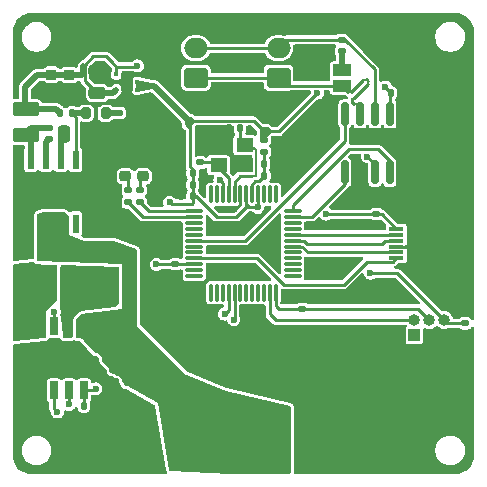
<source format=gbr>
%TF.GenerationSoftware,KiCad,Pcbnew,8.0.2*%
%TF.CreationDate,2024-11-04T12:25:00+02:00*%
%TF.ProjectId,Little Boy - External,4c697474-6c65-4204-926f-79202d204578,rev?*%
%TF.SameCoordinates,Original*%
%TF.FileFunction,Copper,L1,Top*%
%TF.FilePolarity,Positive*%
%FSLAX46Y46*%
G04 Gerber Fmt 4.6, Leading zero omitted, Abs format (unit mm)*
G04 Created by KiCad (PCBNEW 8.0.2) date 2024-11-04 12:25:00*
%MOMM*%
%LPD*%
G01*
G04 APERTURE LIST*
G04 Aperture macros list*
%AMRoundRect*
0 Rectangle with rounded corners*
0 $1 Rounding radius*
0 $2 $3 $4 $5 $6 $7 $8 $9 X,Y pos of 4 corners*
0 Add a 4 corners polygon primitive as box body*
4,1,4,$2,$3,$4,$5,$6,$7,$8,$9,$2,$3,0*
0 Add four circle primitives for the rounded corners*
1,1,$1+$1,$2,$3*
1,1,$1+$1,$4,$5*
1,1,$1+$1,$6,$7*
1,1,$1+$1,$8,$9*
0 Add four rect primitives between the rounded corners*
20,1,$1+$1,$2,$3,$4,$5,0*
20,1,$1+$1,$4,$5,$6,$7,0*
20,1,$1+$1,$6,$7,$8,$9,0*
20,1,$1+$1,$8,$9,$2,$3,0*%
G04 Aperture macros list end*
%TA.AperFunction,SMDPad,CuDef*%
%ADD10R,0.600000X1.550000*%
%TD*%
%TA.AperFunction,ComponentPad*%
%ADD11C,0.600000*%
%TD*%
%TA.AperFunction,SMDPad,CuDef*%
%ADD12R,4.900000X2.950000*%
%TD*%
%TA.AperFunction,SMDPad,CuDef*%
%ADD13RoundRect,0.250000X0.850000X-0.375000X0.850000X0.375000X-0.850000X0.375000X-0.850000X-0.375000X0*%
%TD*%
%TA.AperFunction,SMDPad,CuDef*%
%ADD14RoundRect,0.135000X0.135000X0.185000X-0.135000X0.185000X-0.135000X-0.185000X0.135000X-0.185000X0*%
%TD*%
%TA.AperFunction,SMDPad,CuDef*%
%ADD15RoundRect,0.140000X-0.140000X-0.170000X0.140000X-0.170000X0.140000X0.170000X-0.140000X0.170000X0*%
%TD*%
%TA.AperFunction,SMDPad,CuDef*%
%ADD16RoundRect,0.250000X-0.250000X-0.475000X0.250000X-0.475000X0.250000X0.475000X-0.250000X0.475000X0*%
%TD*%
%TA.AperFunction,SMDPad,CuDef*%
%ADD17RoundRect,0.218750X-0.256250X0.218750X-0.256250X-0.218750X0.256250X-0.218750X0.256250X0.218750X0*%
%TD*%
%TA.AperFunction,ComponentPad*%
%ADD18RoundRect,0.250000X-1.125000X-1.125000X1.125000X-1.125000X1.125000X1.125000X-1.125000X1.125000X0*%
%TD*%
%TA.AperFunction,SMDPad,CuDef*%
%ADD19RoundRect,0.135000X0.185000X-0.135000X0.185000X0.135000X-0.185000X0.135000X-0.185000X-0.135000X0*%
%TD*%
%TA.AperFunction,SMDPad,CuDef*%
%ADD20RoundRect,0.140000X0.140000X0.170000X-0.140000X0.170000X-0.140000X-0.170000X0.140000X-0.170000X0*%
%TD*%
%TA.AperFunction,SMDPad,CuDef*%
%ADD21RoundRect,0.250000X0.475000X-0.250000X0.475000X0.250000X-0.475000X0.250000X-0.475000X-0.250000X0*%
%TD*%
%TA.AperFunction,SMDPad,CuDef*%
%ADD22R,1.400000X1.200000*%
%TD*%
%TA.AperFunction,SMDPad,CuDef*%
%ADD23RoundRect,0.250000X0.250000X0.475000X-0.250000X0.475000X-0.250000X-0.475000X0.250000X-0.475000X0*%
%TD*%
%TA.AperFunction,SMDPad,CuDef*%
%ADD24RoundRect,0.225000X-0.250000X0.225000X-0.250000X-0.225000X0.250000X-0.225000X0.250000X0.225000X0*%
%TD*%
%TA.AperFunction,SMDPad,CuDef*%
%ADD25RoundRect,0.093750X0.093750X0.106250X-0.093750X0.106250X-0.093750X-0.106250X0.093750X-0.106250X0*%
%TD*%
%TA.AperFunction,HeatsinkPad*%
%ADD26C,0.500000*%
%TD*%
%TA.AperFunction,HeatsinkPad*%
%ADD27R,1.000000X1.600000*%
%TD*%
%TA.AperFunction,ComponentPad*%
%ADD28R,3.000000X3.000000*%
%TD*%
%TA.AperFunction,ComponentPad*%
%ADD29C,3.000000*%
%TD*%
%TA.AperFunction,SMDPad,CuDef*%
%ADD30RoundRect,0.150000X0.150000X-0.825000X0.150000X0.825000X-0.150000X0.825000X-0.150000X-0.825000X0*%
%TD*%
%TA.AperFunction,SMDPad,CuDef*%
%ADD31R,0.650000X1.525000*%
%TD*%
%TA.AperFunction,SMDPad,CuDef*%
%ADD32R,3.400000X2.710000*%
%TD*%
%TA.AperFunction,ComponentPad*%
%ADD33R,1.000000X1.000000*%
%TD*%
%TA.AperFunction,ComponentPad*%
%ADD34O,1.000000X1.000000*%
%TD*%
%TA.AperFunction,ComponentPad*%
%ADD35RoundRect,0.250000X0.750000X-0.600000X0.750000X0.600000X-0.750000X0.600000X-0.750000X-0.600000X0*%
%TD*%
%TA.AperFunction,ComponentPad*%
%ADD36O,2.000000X1.700000*%
%TD*%
%TA.AperFunction,SMDPad,CuDef*%
%ADD37RoundRect,0.135000X-0.185000X0.135000X-0.185000X-0.135000X0.185000X-0.135000X0.185000X0.135000X0*%
%TD*%
%TA.AperFunction,SMDPad,CuDef*%
%ADD38RoundRect,0.140000X0.170000X-0.140000X0.170000X0.140000X-0.170000X0.140000X-0.170000X-0.140000X0*%
%TD*%
%TA.AperFunction,SMDPad,CuDef*%
%ADD39R,1.500000X1.000000*%
%TD*%
%TA.AperFunction,SMDPad,CuDef*%
%ADD40RoundRect,0.147500X-0.172500X0.147500X-0.172500X-0.147500X0.172500X-0.147500X0.172500X0.147500X0*%
%TD*%
%TA.AperFunction,SMDPad,CuDef*%
%ADD41R,1.300000X0.300000*%
%TD*%
%TA.AperFunction,SMDPad,CuDef*%
%ADD42R,2.200000X1.800000*%
%TD*%
%TA.AperFunction,SMDPad,CuDef*%
%ADD43RoundRect,0.075000X-0.075000X0.662500X-0.075000X-0.662500X0.075000X-0.662500X0.075000X0.662500X0*%
%TD*%
%TA.AperFunction,SMDPad,CuDef*%
%ADD44RoundRect,0.075000X-0.662500X0.075000X-0.662500X-0.075000X0.662500X-0.075000X0.662500X0.075000X0*%
%TD*%
%TA.AperFunction,SMDPad,CuDef*%
%ADD45RoundRect,0.200000X0.200000X0.275000X-0.200000X0.275000X-0.200000X-0.275000X0.200000X-0.275000X0*%
%TD*%
%TA.AperFunction,ViaPad*%
%ADD46C,0.600000*%
%TD*%
%TA.AperFunction,Conductor*%
%ADD47C,0.254000*%
%TD*%
%TA.AperFunction,Conductor*%
%ADD48C,0.200000*%
%TD*%
%TA.AperFunction,Conductor*%
%ADD49C,0.508000*%
%TD*%
G04 APERTURE END LIST*
D10*
%TO.P,U2,1,GND*%
%TO.N,GND*%
X124994999Y-61300001D03*
%TO.P,U2,2,VIN*%
%TO.N,+12V*%
X126265000Y-61300000D03*
%TO.P,U2,3,EN*%
X127535000Y-61300000D03*
%TO.P,U2,4,PG*%
%TO.N,unconnected-(U2-PG-Pad4)*%
X128805000Y-61299999D03*
%TO.P,U2,5,FB*%
%TO.N,Net-(U2-FB)*%
X128805001Y-55899999D03*
%TO.P,U2,6,VCC*%
%TO.N,Net-(U2-VCC)*%
X127535000Y-55900000D03*
%TO.P,U2,7,BOOT*%
%TO.N,Net-(U2-BOOT)*%
X126265000Y-55900000D03*
%TO.P,U2,8,SW*%
%TO.N,Net-(U2-SW)*%
X124995000Y-55900001D03*
D11*
%TO.P,U2,9,GND*%
%TO.N,GND*%
X128850001Y-59250001D03*
X126250000Y-59250000D03*
X127550000Y-59250000D03*
X124949998Y-59249999D03*
D12*
X126900000Y-58600000D03*
D11*
X128850002Y-57950001D03*
X126250000Y-57950000D03*
X127550000Y-57950000D03*
X124949999Y-57949999D03*
%TD*%
D13*
%TO.P,L2,1,1*%
%TO.N,Net-(U2-SW)*%
X124624999Y-53775000D03*
%TO.P,L2,2,2*%
%TO.N,+5V*%
X124625001Y-51625000D03*
%TD*%
D14*
%TO.P,R5,1*%
%TO.N,Net-(U2-FB)*%
X128510001Y-51950000D03*
%TO.P,R5,2*%
%TO.N,+5V*%
X127490001Y-51949998D03*
%TD*%
D15*
%TO.P,C2,1*%
%TO.N,+3.3VA*%
X144750000Y-56250000D03*
%TO.P,C2,2*%
%TO.N,GND*%
X145710000Y-56250000D03*
%TD*%
D16*
%TO.P,C11,1*%
%TO.N,GND*%
X130260001Y-73250000D03*
%TO.P,C11,2*%
%TO.N,+12V*%
X132160001Y-73250000D03*
%TD*%
D17*
%TO.P,D2,1*%
%TO.N,GND*%
X134499999Y-55712498D03*
%TO.P,D2,2*%
%TO.N,Net-(D2-Pad2)*%
X134500001Y-57287502D03*
%TD*%
D18*
%TO.P,J6,1,Pin_1*%
%TO.N, MOT_A*%
X129500000Y-66500000D03*
%TD*%
D19*
%TO.P,R8,1*%
%TO.N,GND*%
X132499999Y-52950000D03*
%TO.P,R8,2*%
%TO.N,Net-(R6-Pad1)*%
X132500001Y-51930000D03*
%TD*%
D20*
%TO.P,C6,1*%
%TO.N,+3V3*%
X138709999Y-58029998D03*
%TO.P,C6,2*%
%TO.N,GND*%
X137749999Y-58029998D03*
%TD*%
D15*
%TO.P,C14,1*%
%TO.N,GND*%
X132210001Y-74750000D03*
%TO.P,C14,2*%
%TO.N,+12V*%
X133170001Y-74750000D03*
%TD*%
D21*
%TO.P,C18,1*%
%TO.N,+5V*%
X130637497Y-50259178D03*
%TO.P,C18,2*%
%TO.N,GND*%
X130637497Y-48359178D03*
%TD*%
D22*
%TO.P,Y1,1,1*%
%TO.N,Net-(U1-PF1)*%
X140900000Y-56350000D03*
%TO.P,Y1,2,2*%
%TO.N,GND*%
X143100001Y-56349999D03*
%TO.P,Y1,3,3*%
%TO.N,Net-(U1-PF0)*%
X143100000Y-54650000D03*
%TO.P,Y1,4,4*%
%TO.N,GND*%
X140899999Y-54650001D03*
%TD*%
D23*
%TO.P,C10,1*%
%TO.N,+12V*%
X126200000Y-63449999D03*
%TO.P,C10,2*%
%TO.N,GND*%
X124300000Y-63449999D03*
%TD*%
D20*
%TO.P,C7,1*%
%TO.N,+3V3*%
X138709997Y-57029997D03*
%TO.P,C7,2*%
%TO.N,GND*%
X137749997Y-57029997D03*
%TD*%
D24*
%TO.P,C17,1*%
%TO.N,+5V*%
X126749999Y-48699998D03*
%TO.P,C17,2*%
%TO.N,GND*%
X126749999Y-50250000D03*
%TD*%
D25*
%TO.P,U3,1,OUT*%
%TO.N,+3V3*%
X134025001Y-49959177D03*
%TO.P,U3,2,SNS*%
X134025001Y-49309177D03*
%TO.P,U3,3,GND*%
%TO.N,GND*%
X134025001Y-48659177D03*
%TO.P,U3,4,EN*%
%TO.N,+5V*%
X132250001Y-48659177D03*
%TO.P,U3,5,GND*%
%TO.N,GND*%
X132250001Y-49309177D03*
%TO.P,U3,6,IN*%
%TO.N,+5V*%
X132250001Y-49959177D03*
D26*
%TO.P,U3,7,PAD*%
%TO.N,GND*%
X133137501Y-49859176D03*
D27*
X133137501Y-49309177D03*
D26*
X133137501Y-48759178D03*
%TD*%
D28*
%TO.P,J4,1,Pin_1*%
%TO.N,GND*%
X149950000Y-79250000D03*
D29*
%TO.P,J4,2,Pin_2*%
%TO.N,+12V*%
X144950000Y-79250000D03*
%TD*%
D30*
%TO.P,U4,1,TXD*%
%TO.N,RP_RX*%
X151594999Y-56974999D03*
%TO.P,U4,2,GND*%
%TO.N,GND*%
X152865000Y-56975000D03*
%TO.P,U4,3,VCC*%
%TO.N,+5V*%
X154135000Y-56975000D03*
%TO.P,U4,4,RXD*%
%TO.N,RP_TX*%
X155405001Y-56974999D03*
%TO.P,U4,5,VIO*%
%TO.N,+3V3*%
X155405001Y-52025001D03*
%TO.P,U4,6,CANL*%
%TO.N,CAN_L*%
X154135000Y-52025000D03*
%TO.P,U4,7,CANH*%
%TO.N,CAN_H*%
X152865000Y-52025000D03*
%TO.P,U4,8,S*%
%TO.N,CAN_SILENT*%
X151594999Y-52025001D03*
%TD*%
D24*
%TO.P,C16,1*%
%TO.N,+5V*%
X128250000Y-48724999D03*
%TO.P,C16,2*%
%TO.N,GND*%
X128250000Y-50275001D03*
%TD*%
D31*
%TO.P,IC1,1,GND*%
%TO.N,GND*%
X125690002Y-75424002D03*
%TO.P,IC1,2,IN2*%
%TO.N,DRV_IN2*%
X126960001Y-75424001D03*
%TO.P,IC1,3,IN1*%
%TO.N,DRV_IN1*%
X128230001Y-75424001D03*
%TO.P,IC1,4,VREF*%
%TO.N,+3V3*%
X129500003Y-75424002D03*
%TO.P,IC1,5,VM*%
%TO.N,+12V*%
X129500000Y-70000000D03*
%TO.P,IC1,6,OUT1*%
%TO.N, MOT_A*%
X128230001Y-70000001D03*
%TO.P,IC1,7,ISEN*%
%TO.N,ISEN*%
X126960001Y-70000001D03*
%TO.P,IC1,8,OUT2*%
%TO.N,Net-(IC1-OUT2)*%
X125689999Y-70000000D03*
D32*
%TO.P,IC1,9,THERMAL_PAD*%
%TO.N,GND*%
X127595001Y-72712001D03*
%TD*%
D17*
%TO.P,D1,1*%
%TO.N,GND*%
X132999999Y-55712495D03*
%TO.P,D1,2*%
%TO.N,Net-(D1-Pad2)*%
X133000001Y-57287499D03*
%TD*%
D33*
%TO.P,SWD,1,Pin_1*%
%TO.N,+3V3*%
X157475000Y-70750000D03*
D34*
%TO.P,SWD,2,Pin_2*%
%TO.N,SWDIO*%
X157475000Y-69479999D03*
%TO.P,SWD,3,Pin_3*%
%TO.N,GND*%
X158745001Y-70750000D03*
%TO.P,SWD,4,Pin_4*%
%TO.N,SWCLK*%
X158745000Y-69480002D03*
%TO.P,SWD,5,Pin_5*%
%TO.N,GND*%
X160015001Y-70750001D03*
%TO.P,SWD,6,Pin_6*%
%TO.N,NRST*%
X160014999Y-69480000D03*
%TD*%
D28*
%TO.P,J3,1,Pin_1*%
%TO.N,GND*%
X133750000Y-79250000D03*
D29*
%TO.P,J3,2,Pin_2*%
%TO.N,+12V*%
X138750000Y-79250000D03*
%TD*%
D35*
%TO.P,J8,1,Pin_1*%
%TO.N,CAN_H*%
X138972499Y-48955001D03*
D36*
%TO.P,J8,2,Pin_2*%
%TO.N,CAN_L*%
X138972500Y-46455001D03*
%TD*%
D20*
%TO.P,C5,1*%
%TO.N,+3V3*%
X138710000Y-59000000D03*
%TO.P,C5,2*%
%TO.N,GND*%
X137750000Y-59000000D03*
%TD*%
D18*
%TO.P,J5,1,Pin_1*%
%TO.N,Net-(IC1-OUT2)*%
X125250000Y-66500000D03*
%TD*%
D35*
%TO.P,J9,1,Pin_1*%
%TO.N,CAN_H*%
X145972498Y-48955001D03*
D36*
%TO.P,J9,2,Pin_2*%
%TO.N,CAN_L*%
X145972497Y-46455001D03*
%TD*%
D37*
%TO.P,R4,1*%
%TO.N,ISEN*%
X137250001Y-64740000D03*
%TO.P,R4,2*%
%TO.N,GND*%
X137249999Y-65760000D03*
%TD*%
D38*
%TO.P,C22,1*%
%TO.N,+3V3*%
X154250000Y-60480000D03*
%TO.P,C22,2*%
%TO.N,GND*%
X154250000Y-59520000D03*
%TD*%
D19*
%TO.P,R2,1*%
%TO.N,Net-(U1-PA2)*%
X134249999Y-59509998D03*
%TO.P,R2,2*%
%TO.N,Net-(D2-Pad2)*%
X134250001Y-58489998D03*
%TD*%
D38*
%TO.P,C19,1*%
%TO.N,+3V3*%
X134999997Y-49659179D03*
%TO.P,C19,2*%
%TO.N,GND*%
X134999997Y-48699179D03*
%TD*%
D15*
%TO.P,C4,1*%
%TO.N,+3.3VA*%
X144770000Y-57250000D03*
%TO.P,C4,2*%
%TO.N,GND*%
X145730000Y-57250000D03*
%TD*%
D39*
%TO.P,JP1,1,A*%
%TO.N,Net-(JP1-A)*%
X151322502Y-48330000D03*
%TO.P,JP1,2,B*%
%TO.N,CAN_H*%
X151322502Y-49630000D03*
%TD*%
D20*
%TO.P,C12,1*%
%TO.N,GND*%
X130460000Y-76750000D03*
%TO.P,C12,2*%
%TO.N,+3V3*%
X129500000Y-76750000D03*
%TD*%
D15*
%TO.P,C24,1*%
%TO.N,+3V3*%
X155500000Y-50250000D03*
%TO.P,C24,2*%
%TO.N,GND*%
X156460000Y-50250000D03*
%TD*%
D40*
%TO.P,L1,1,1*%
%TO.N,+3V3*%
X144750000Y-54250000D03*
%TO.P,L1,2,2*%
%TO.N,+3.3VA*%
X144750000Y-55219996D03*
%TD*%
D38*
%TO.P,R7,1*%
%TO.N,Net-(JP1-A)*%
X151322502Y-46710000D03*
%TO.P,R7,2*%
%TO.N,CAN_L*%
X151322502Y-45750000D03*
%TD*%
%TO.P,C8,1*%
%TO.N,GND*%
X161750000Y-70710000D03*
%TO.P,C8,2*%
%TO.N,NRST*%
X161750000Y-69750000D03*
%TD*%
D41*
%TO.P,J10,1,Pin_1*%
%TO.N,MAG_CS*%
X155950000Y-64250000D03*
%TO.P,J10,2,Pin_2*%
%TO.N,SCK*%
X155950001Y-63750000D03*
%TO.P,J10,3,Pin_3*%
%TO.N,GND*%
X155949998Y-63249999D03*
%TO.P,J10,4,Pin_4*%
%TO.N,MISO*%
X155950000Y-62750001D03*
%TO.P,J10,5,Pin_5*%
%TO.N,MOSI*%
X155949999Y-62249999D03*
%TO.P,J10,6,Pin_6*%
%TO.N,+3V3*%
X155950000Y-61750000D03*
D42*
%TO.P,J10,MP,MountPin*%
%TO.N,GND*%
X159200000Y-66150000D03*
X159200002Y-59849999D03*
%TD*%
D38*
%TO.P,C15,1*%
%TO.N,Net-(U2-BOOT)*%
X126500000Y-54180001D03*
%TO.P,C15,2*%
%TO.N,Net-(U2-SW)*%
X126500000Y-53220001D03*
%TD*%
D19*
%TO.P,R1,1*%
%TO.N,SWCLK*%
X147999999Y-68510000D03*
%TO.P,R1,2*%
%TO.N,GND*%
X148000001Y-67490000D03*
%TD*%
D43*
%TO.P,U1,1,PC13*%
%TO.N,unconnected-(U1-PC13-Pad1)*%
X145749999Y-58837499D03*
%TO.P,U1,2,PC14*%
%TO.N,unconnected-(U1-PC14-Pad2)*%
X145249999Y-58837500D03*
%TO.P,U1,3,PC15*%
%TO.N,unconnected-(U1-PC15-Pad3)*%
X144749997Y-58837498D03*
%TO.P,U1,4,VBAT*%
%TO.N,+3V3*%
X144250002Y-58837501D03*
%TO.P,U1,5,VREF+*%
%TO.N,+3.3VA*%
X143750000Y-58837500D03*
%TO.P,U1,6,VDD*%
%TO.N,+3V3*%
X143249999Y-58837498D03*
%TO.P,U1,7,VSS*%
%TO.N,GND*%
X142750000Y-58837500D03*
%TO.P,U1,8,PF0*%
%TO.N,Net-(U1-PF0)*%
X142250000Y-58837500D03*
%TO.P,U1,9,PF1*%
%TO.N,Net-(U1-PF1)*%
X141750000Y-58837502D03*
%TO.P,U1,10,PF2*%
%TO.N,NRST*%
X141250000Y-58837501D03*
%TO.P,U1,11,PA0*%
%TO.N,unconnected-(U1-PA0-Pad11)*%
X140750000Y-58837502D03*
%TO.P,U1,12,PA1*%
%TO.N,unconnected-(U1-PA1-Pad12)*%
X140250001Y-58837499D03*
D44*
%TO.P,U1,13,PA2*%
%TO.N,Net-(U1-PA2)*%
X138837499Y-60250001D03*
%TO.P,U1,14,PA3*%
%TO.N,Net-(U1-PA3)*%
X138837500Y-60750001D03*
%TO.P,U1,15,PA4*%
%TO.N,unconnected-(U1-PA4-Pad15)*%
X138837498Y-61250003D03*
%TO.P,U1,16,PA5*%
%TO.N,unconnected-(U1-PA5-Pad16)*%
X138837501Y-61749998D03*
%TO.P,U1,17,PA6*%
%TO.N,unconnected-(U1-PA6-Pad17)*%
X138837500Y-62250000D03*
%TO.P,U1,18,PA7*%
%TO.N,CAN_SILENT*%
X138837498Y-62750001D03*
%TO.P,U1,19,PB0*%
%TO.N,unconnected-(U1-PB0-Pad19)*%
X138837500Y-63250000D03*
%TO.P,U1,20,PB1*%
%TO.N,unconnected-(U1-PB1-Pad20)*%
X138837500Y-63750000D03*
%TO.P,U1,21,PB2*%
%TO.N,MAG_CS*%
X138837502Y-64250000D03*
%TO.P,U1,22,PB10*%
%TO.N,ISEN*%
X138837501Y-64750000D03*
%TO.P,U1,23,PB11*%
%TO.N,unconnected-(U1-PB11-Pad23)*%
X138837502Y-65250000D03*
%TO.P,U1,24,PB12*%
%TO.N,unconnected-(U1-PB12-Pad24)*%
X138837499Y-65749999D03*
D43*
%TO.P,U1,25,PB13*%
%TO.N,unconnected-(U1-PB13-Pad25)*%
X140250001Y-67162501D03*
%TO.P,U1,26,PB14*%
%TO.N,unconnected-(U1-PB14-Pad26)*%
X140750001Y-67162500D03*
%TO.P,U1,27,PB15*%
%TO.N,unconnected-(U1-PB15-Pad27)*%
X141250003Y-67162502D03*
%TO.P,U1,28,PA8*%
%TO.N,DRV_IN1*%
X141749998Y-67162499D03*
%TO.P,U1,29,PA9/UCPD1_DBCC1*%
%TO.N,DRV_IN2*%
X142250000Y-67162500D03*
%TO.P,U1,30,PC6*%
%TO.N,unconnected-(U1-PC6-Pad30)*%
X142750001Y-67162502D03*
%TO.P,U1,31,PC7*%
%TO.N,unconnected-(U1-PC7-Pad31)*%
X143250000Y-67162500D03*
%TO.P,U1,32,PA10/UCPD1_DBCC2*%
%TO.N,unconnected-(U1-PA10{slash}UCPD1_DBCC2-Pad32)*%
X143750000Y-67162500D03*
%TO.P,U1,33,PA11/PA9*%
%TO.N,unconnected-(U1-PA11{slash}PA9-Pad33)*%
X144250000Y-67162498D03*
%TO.P,U1,34,PA12/PA10*%
%TO.N,unconnected-(U1-PA12{slash}PA10-Pad34)*%
X144750000Y-67162499D03*
%TO.P,U1,35,PA13*%
%TO.N,SWDIO*%
X145250000Y-67162498D03*
%TO.P,U1,36,PA14*%
%TO.N,SWCLK*%
X145749999Y-67162501D03*
D44*
%TO.P,U1,37,PA15*%
%TO.N,unconnected-(U1-PA15-Pad37)*%
X147162501Y-65749999D03*
%TO.P,U1,38,PD0*%
%TO.N,unconnected-(U1-PD0-Pad38)*%
X147162500Y-65249999D03*
%TO.P,U1,39,PD1*%
%TO.N,unconnected-(U1-PD1-Pad39)*%
X147162502Y-64749997D03*
%TO.P,U1,40,PD2*%
%TO.N,unconnected-(U1-PD2-Pad40)*%
X147162499Y-64250002D03*
%TO.P,U1,41,PD3*%
%TO.N,unconnected-(U1-PD3-Pad41)*%
X147162500Y-63750000D03*
%TO.P,U1,42,PB3*%
%TO.N,SCK*%
X147162502Y-63249999D03*
%TO.P,U1,43,PB4*%
%TO.N,MISO*%
X147162500Y-62750000D03*
%TO.P,U1,44,PB5*%
%TO.N,MOSI*%
X147162500Y-62250000D03*
%TO.P,U1,45,PB6*%
%TO.N,unconnected-(U1-PB6-Pad45)*%
X147162498Y-61750000D03*
%TO.P,U1,46,PB7*%
%TO.N,unconnected-(U1-PB7-Pad46)*%
X147162499Y-61250000D03*
%TO.P,U1,47,PB8*%
%TO.N,RP_RX*%
X147162498Y-60750000D03*
%TO.P,U1,48,PB9*%
%TO.N,RP_TX*%
X147162501Y-60250001D03*
%TD*%
D19*
%TO.P,R3,1*%
%TO.N,Net-(U1-PA3)*%
X133249999Y-59509998D03*
%TO.P,R3,2*%
%TO.N,Net-(D1-Pad2)*%
X133250001Y-58489998D03*
%TD*%
D21*
%TO.P,C9,1*%
%TO.N,+12V*%
X130750000Y-63450000D03*
%TO.P,C9,2*%
%TO.N,GND*%
X130750000Y-61550000D03*
%TD*%
D16*
%TO.P,C13,1*%
%TO.N,Net-(U2-VCC)*%
X127800000Y-53700000D03*
%TO.P,C13,2*%
%TO.N,GND*%
X129700000Y-53700000D03*
%TD*%
D20*
%TO.P,C1,1*%
%TO.N,Net-(U1-PF0)*%
X142710000Y-53250000D03*
%TO.P,C1,2*%
%TO.N,GND*%
X141750000Y-53250000D03*
%TD*%
D45*
%TO.P,R6,1*%
%TO.N,Net-(R6-Pad1)*%
X131325000Y-51950000D03*
%TO.P,R6,2*%
%TO.N,Net-(U2-FB)*%
X129675000Y-51950000D03*
%TD*%
D38*
%TO.P,C3,1*%
%TO.N,Net-(U1-PF1)*%
X139350000Y-56130000D03*
%TO.P,C3,2*%
%TO.N,GND*%
X139350000Y-55170000D03*
%TD*%
D46*
%TO.N,GND*%
X154200000Y-58800000D03*
X137250000Y-66500000D03*
X157200000Y-49950000D03*
X125500000Y-50300000D03*
X129700000Y-55000000D03*
X130750000Y-60450000D03*
X134550000Y-54650000D03*
X133000000Y-54650000D03*
X137100000Y-58700000D03*
X137000000Y-58050000D03*
X137000000Y-57050000D03*
X128750000Y-72250000D03*
X141895683Y-55346796D03*
X128000000Y-51250000D03*
X160000000Y-67500000D03*
X162000000Y-71500000D03*
X126250000Y-73750000D03*
X159250000Y-67500000D03*
X159750000Y-64750000D03*
X139500000Y-57500000D03*
X134887498Y-47909178D03*
X129250000Y-50500000D03*
X159000000Y-58250000D03*
X160750000Y-67000000D03*
X130260001Y-74260001D03*
X128250000Y-73750000D03*
X139250000Y-54250000D03*
X127250000Y-72750000D03*
X126750000Y-73250000D03*
X127250000Y-73750000D03*
X127750000Y-72250000D03*
X145750000Y-55000000D03*
X131000000Y-76000000D03*
X143750000Y-53500000D03*
X160750000Y-65500000D03*
X149000000Y-67250000D03*
X126250000Y-72750000D03*
X152500000Y-61300000D03*
X159750000Y-58250000D03*
X126750000Y-72250000D03*
X141750000Y-60123000D03*
X151700000Y-61300000D03*
X128250000Y-72750000D03*
X124000000Y-62250000D03*
X127250000Y-71750000D03*
X153000000Y-58500000D03*
X159000000Y-64750000D03*
X160500000Y-64750000D03*
X160500000Y-58250000D03*
X125500000Y-76750000D03*
X126250000Y-71750000D03*
X158250000Y-64750000D03*
X160750000Y-66250000D03*
X127750000Y-73250000D03*
X128250000Y-71750000D03*
X128750000Y-73250000D03*
X131500000Y-49250000D03*
X141000000Y-53250000D03*
X131500000Y-75000000D03*
X158250000Y-58250000D03*
%TO.N,+3V3*%
X149250000Y-50257001D03*
X150000000Y-60500000D03*
X136750000Y-59500000D03*
X130500000Y-75300003D03*
X144219905Y-59919904D03*
X155000000Y-49750000D03*
%TO.N,NRST*%
X141018144Y-57604856D03*
X153750000Y-65500000D03*
%TO.N,+5V*%
X134007034Y-47959178D03*
X153500000Y-55627000D03*
%TO.N,DRV_IN2*%
X127250000Y-77250000D03*
X142187500Y-69437500D03*
%TO.N,ISEN*%
X127000000Y-68750000D03*
X135623000Y-64750000D03*
%TO.N,DRV_IN1*%
X141406642Y-68956645D03*
X128250000Y-76623000D03*
%TD*%
D47*
%TO.N,ISEN*%
X135623000Y-64750000D02*
X137240001Y-64750000D01*
X137240001Y-64750000D02*
X137250001Y-64740000D01*
D48*
%TO.N,Net-(U1-PF0)*%
X144100001Y-55100001D02*
X143900000Y-54900000D01*
X144100001Y-57249999D02*
X144100001Y-55100001D01*
X144073001Y-57276999D02*
X144100001Y-57249999D01*
X143750000Y-57276999D02*
X144073001Y-57276999D01*
D47*
X142250000Y-57750000D02*
X142250000Y-58837500D01*
X142723001Y-57276999D02*
X142250000Y-57750000D01*
X143750000Y-57276999D02*
X142723001Y-57276999D01*
X143100000Y-54900000D02*
X142710000Y-54510000D01*
X143900000Y-54900000D02*
X143100000Y-54900000D01*
X142710000Y-54510000D02*
X142710000Y-53500000D01*
%TO.N,GND*%
X142750000Y-58837500D02*
X142750000Y-59645592D01*
X160015001Y-70750001D02*
X161709999Y-70750001D01*
X131375000Y-75125000D02*
X131500000Y-75000000D01*
X131210000Y-76000000D02*
X131000000Y-76000000D01*
X131000000Y-76000000D02*
X131000000Y-76210000D01*
X131500000Y-75000000D02*
X131750000Y-74750000D01*
X145730000Y-56270000D02*
X145710000Y-56250000D01*
X125690002Y-76559998D02*
X125500000Y-76750000D01*
X141198888Y-54650001D02*
X140899999Y-54650001D01*
X145730000Y-57250000D02*
X145730000Y-56270000D01*
X132250000Y-49309178D02*
X132587502Y-49309178D01*
X141895683Y-55346796D02*
X141198888Y-54650001D01*
D49*
X125050000Y-61355001D02*
X124994999Y-61300000D01*
D47*
X161709999Y-70750001D02*
X161750000Y-70710000D01*
X134025000Y-48659176D02*
X134959995Y-48659177D01*
X141895683Y-55346796D02*
X142898886Y-56349999D01*
X130260001Y-74260001D02*
X130260001Y-73250000D01*
X142750000Y-59645592D02*
X142272592Y-60123000D01*
X130750000Y-51250000D02*
X130913822Y-51086178D01*
X130913822Y-51086178D02*
X131500000Y-51086178D01*
X131663822Y-51086178D02*
X131750000Y-51000000D01*
X142272592Y-60123000D02*
X141750000Y-60123000D01*
X148760000Y-67490000D02*
X149000000Y-67250000D01*
X132587502Y-49309178D02*
X133137498Y-48759178D01*
X141750000Y-53250000D02*
X141000000Y-53250000D01*
D49*
X124995000Y-59295002D02*
X124949999Y-59250000D01*
X124994999Y-61300000D02*
X124995000Y-59295002D01*
D47*
X132587502Y-49309178D02*
X133137499Y-49859177D01*
X142898886Y-56349999D02*
X143100001Y-56349999D01*
X139350000Y-54350000D02*
X139250000Y-54250000D01*
X145710000Y-56250000D02*
X145710000Y-55040000D01*
X134999998Y-48699179D02*
X134999997Y-48021677D01*
X139350000Y-55170000D02*
X139350000Y-54350000D01*
X148000001Y-67490000D02*
X148760000Y-67490000D01*
X131750000Y-74750000D02*
X132210001Y-74750000D01*
X125690002Y-75424002D02*
X125690002Y-76559998D01*
X145710000Y-55040000D02*
X145750000Y-55000000D01*
X155949998Y-63249999D02*
X156999999Y-63249999D01*
X131000000Y-76210000D02*
X130460000Y-76750000D01*
X132250000Y-49309178D02*
X133137501Y-49309177D01*
%TO.N,+3.3VA*%
X144019001Y-57730999D02*
X144315054Y-57730999D01*
X143750000Y-58000000D02*
X144019001Y-57730999D01*
X144770000Y-57276053D02*
X144770000Y-57250000D01*
X144770000Y-57250000D02*
X144770000Y-56270000D01*
X144770000Y-56270000D02*
X144750000Y-56250000D01*
X144750000Y-55219996D02*
X144750000Y-56250000D01*
X144315054Y-57730999D02*
X144770000Y-57276053D01*
X143750000Y-58837500D02*
X143750000Y-58000000D01*
%TO.N,Net-(U1-PF1)*%
X140900000Y-56600000D02*
X141750000Y-57450000D01*
X139350000Y-56130000D02*
X140680000Y-56130000D01*
X141750000Y-57450000D02*
X141750000Y-58837502D01*
X140680000Y-56380000D02*
X140900000Y-56600000D01*
%TO.N,+3V3*%
X143500000Y-59902000D02*
X143250000Y-59902000D01*
X143863000Y-52613000D02*
X138750000Y-52613000D01*
X129500003Y-75424002D02*
X129500003Y-76749997D01*
X150000000Y-60500000D02*
X154700000Y-60500000D01*
X142402000Y-60750000D02*
X143250000Y-59902000D01*
D49*
X134999997Y-49659179D02*
X135433179Y-49659179D01*
D47*
X145250000Y-53500000D02*
X144750000Y-54000000D01*
X154700000Y-60500000D02*
X155950000Y-61750000D01*
X138709997Y-57029997D02*
X138709997Y-56719998D01*
X138500000Y-56510001D02*
X138500000Y-52726000D01*
X138710000Y-59000000D02*
X139000000Y-59000000D01*
X145000000Y-53500000D02*
X144750000Y-53500000D01*
X143249999Y-59901999D02*
X143249999Y-58837498D01*
X139000000Y-59000000D02*
X140750000Y-60750000D01*
X138500000Y-52863000D02*
X138750000Y-52613000D01*
X144219905Y-59919904D02*
X144219905Y-59721682D01*
X138137000Y-52863000D02*
X138500000Y-52863000D01*
X138613000Y-59637000D02*
X138710000Y-59540000D01*
X129500003Y-76749997D02*
X129500000Y-76750000D01*
X144250002Y-58837501D02*
X144250002Y-59645590D01*
X144500000Y-53750000D02*
X144500000Y-53250000D01*
X138137000Y-52363000D02*
X138387000Y-52613000D01*
X155405001Y-50155001D02*
X155405001Y-52025001D01*
X149250000Y-50257001D02*
X149242999Y-50257001D01*
X144750000Y-53750000D02*
X145000000Y-53500000D01*
X140750000Y-60750000D02*
X142402000Y-60750000D01*
X143249999Y-58837498D02*
X143249999Y-59651999D01*
X145000000Y-53250000D02*
X144500000Y-53250000D01*
X146000000Y-53500000D02*
X145250000Y-53500000D01*
X144219905Y-59721682D02*
X144272997Y-59668590D01*
X144500000Y-54000000D02*
X144750000Y-54250000D01*
X138709997Y-58999997D02*
X138710000Y-59000000D01*
X144500000Y-53250000D02*
X143863000Y-52613000D01*
X138750000Y-52613000D02*
X138387000Y-52613000D01*
X144272997Y-59668585D02*
X144250002Y-59645590D01*
X138500000Y-53226000D02*
X138137000Y-52863000D01*
X144750000Y-53500000D02*
X144500000Y-53250000D01*
X130376001Y-75424002D02*
X130500000Y-75300003D01*
X129500003Y-75424002D02*
X130376001Y-75424002D01*
X144750000Y-54000000D02*
X144750000Y-54250000D01*
D49*
X135433179Y-49659179D02*
X138387000Y-52613000D01*
D47*
X138709997Y-56719998D02*
X138500000Y-56510001D01*
X138137000Y-52363000D02*
X138500000Y-52363000D01*
X138500000Y-52726000D02*
X138387000Y-52613000D01*
X149242999Y-50257001D02*
X146000000Y-53500000D01*
X138710000Y-59540000D02*
X138710000Y-59000000D01*
X143993592Y-59902000D02*
X143500000Y-59902000D01*
X145250000Y-53500000D02*
X145000000Y-53250000D01*
X136750000Y-59500000D02*
X136887000Y-59637000D01*
X138137000Y-52363000D02*
X138137000Y-52863000D01*
X143250000Y-59902000D02*
X143249999Y-59901999D01*
X144500000Y-53750000D02*
X144500000Y-54000000D01*
X138500000Y-53250000D02*
X138500000Y-53226000D01*
X138500000Y-52363000D02*
X138750000Y-52613000D01*
X143249999Y-59651999D02*
X143500000Y-59902000D01*
X136887000Y-59637000D02*
X138613000Y-59637000D01*
X138709997Y-57029997D02*
X138709997Y-58999997D01*
X145250000Y-53500000D02*
X145000000Y-53500000D01*
X144250002Y-59645590D02*
X143993592Y-59902000D01*
X144750000Y-53750000D02*
X144750000Y-54000000D01*
X144750000Y-53500000D02*
X144750000Y-53750000D01*
X144750000Y-54000000D02*
X144500000Y-53750000D01*
X144272997Y-59668590D02*
X144272997Y-59668585D01*
X155000000Y-49750000D02*
X155405001Y-50155001D01*
%TO.N,NRST*%
X160284999Y-69750000D02*
X160014999Y-69480000D01*
X141018144Y-57604856D02*
X141250000Y-57836712D01*
X156034999Y-65500000D02*
X160014999Y-69480000D01*
X141250000Y-57836712D02*
X141250000Y-58837501D01*
X153750000Y-65500000D02*
X156034999Y-65500000D01*
X161750000Y-69750000D02*
X160284999Y-69750000D01*
D49*
%TO.N,Net-(U2-VCC)*%
X127535000Y-53965001D02*
X127799999Y-53700000D01*
X127535000Y-55899999D02*
X127535000Y-53965001D01*
%TO.N,Net-(U2-SW)*%
X124995000Y-54270000D02*
X124500000Y-53774999D01*
X124995000Y-55900000D02*
X124995000Y-54270000D01*
X125054999Y-53220000D02*
X124500000Y-53774999D01*
X126500000Y-53220000D02*
X125054999Y-53220000D01*
%TO.N,Net-(U2-BOOT)*%
X126265000Y-54415000D02*
X126499999Y-54179999D01*
X126264999Y-55900000D02*
X126265000Y-54415000D01*
%TO.N,+5V*%
X124499999Y-51624999D02*
X127165000Y-51625000D01*
D47*
X131864161Y-47635839D02*
X131387498Y-47159178D01*
X130289569Y-47159178D02*
X129585498Y-47863251D01*
X131387498Y-47159178D02*
X130289569Y-47159178D01*
X129585498Y-47863251D02*
X129585498Y-49207178D01*
X129585498Y-49207178D02*
X130637499Y-50259178D01*
D49*
X126775000Y-48724999D02*
X129360499Y-48724999D01*
D47*
X134007034Y-47959178D02*
X133944534Y-48021678D01*
D49*
X130637499Y-50259178D02*
X131950000Y-50259179D01*
X125550002Y-48699998D02*
X126749999Y-48699998D01*
X129458497Y-48627001D02*
X129458497Y-48000000D01*
D47*
X132250000Y-48021678D02*
X131864161Y-47635839D01*
D49*
X124499999Y-50200000D02*
X124499999Y-49750001D01*
X127165000Y-51625000D02*
X127489999Y-51949999D01*
D47*
X132250000Y-48659177D02*
X132250000Y-48021678D01*
X133944534Y-48021678D02*
X132250000Y-48021678D01*
X154135000Y-56262000D02*
X154135000Y-56975000D01*
X153500000Y-55627000D02*
X154135000Y-56262000D01*
D49*
X126749999Y-48699998D02*
X126775000Y-48724999D01*
X124499999Y-50200000D02*
X124499999Y-50199999D01*
X129360499Y-48724999D02*
X129458497Y-48627001D01*
X124499999Y-49750001D02*
X125550002Y-48699998D01*
X124499999Y-51624999D02*
X124499999Y-50200000D01*
X131950000Y-50259179D02*
X132183501Y-50025677D01*
D47*
%TO.N,Net-(D1-Pad2)*%
X133250001Y-58489998D02*
X133250001Y-57537499D01*
%TO.N,Net-(D2-Pad2)*%
X134250001Y-58489998D02*
X134250001Y-57537502D01*
%TO.N,DRV_IN2*%
X142187500Y-69437500D02*
X142250000Y-69375000D01*
X126960001Y-76960001D02*
X126960001Y-75424001D01*
X142250000Y-69375000D02*
X142250000Y-67162500D01*
X127250000Y-77250000D02*
X126960001Y-76960001D01*
%TO.N,ISEN*%
X126960001Y-70000001D02*
X126960001Y-68789999D01*
X138827501Y-64740000D02*
X138837501Y-64750000D01*
X126960001Y-68789999D02*
X127000000Y-68750000D01*
X137250001Y-64740000D02*
X138827501Y-64740000D01*
%TO.N,DRV_IN1*%
X141749998Y-68613289D02*
X141749998Y-67162499D01*
X128230001Y-75424001D02*
X128230001Y-76603001D01*
X141406642Y-68956645D02*
X141749998Y-68613289D01*
X128230001Y-76603001D02*
X128250000Y-76623000D01*
%TO.N,SWDIO*%
X145742892Y-69479999D02*
X157475000Y-69479999D01*
X145250000Y-67162498D02*
X145250000Y-68987107D01*
X145250000Y-68987107D02*
X145742892Y-69479999D01*
%TO.N,SWCLK*%
X145749999Y-67162501D02*
X145749999Y-68259999D01*
X145749999Y-68259999D02*
X146000000Y-68510000D01*
X146000000Y-68510000D02*
X157774998Y-68510000D01*
X157774998Y-68510000D02*
X158745000Y-69480002D01*
%TO.N,MAG_CS*%
X155950000Y-64250000D02*
X155654000Y-64546000D01*
X144145590Y-64250000D02*
X138837502Y-64250000D01*
X153440288Y-64546000D02*
X151486288Y-66500000D01*
X155654000Y-64546000D02*
X153440288Y-64546000D01*
X146395590Y-66500000D02*
X144145590Y-64250000D01*
X151486288Y-66500000D02*
X146395590Y-66500000D01*
%TO.N,MISO*%
X154745997Y-63000000D02*
X148362645Y-63000000D01*
X148112645Y-62750000D02*
X147162500Y-62750000D01*
X148362645Y-63000000D02*
X148112645Y-62750000D01*
X155950000Y-62750001D02*
X154995996Y-62750001D01*
X154995996Y-62750001D02*
X154745997Y-63000000D01*
%TO.N,MOSI*%
X154886713Y-62249999D02*
X154886712Y-62250000D01*
X154886712Y-62250000D02*
X147162500Y-62250000D01*
X155949999Y-62249999D02*
X154886713Y-62249999D01*
%TO.N,SCK*%
X147970591Y-63249999D02*
X148470592Y-63750000D01*
X148470592Y-63750000D02*
X155950001Y-63750000D01*
X147162502Y-63249999D02*
X147970591Y-63249999D01*
%TO.N,CAN_H*%
X152355882Y-51172498D02*
X152235673Y-51052289D01*
X152512857Y-50520542D02*
X153528262Y-49505137D01*
X152235673Y-50797731D02*
X152362951Y-50670450D01*
X153528262Y-49205323D02*
X153453308Y-49130369D01*
X152362951Y-50670449D02*
X152512857Y-50520542D01*
X151763324Y-50070822D02*
X151519710Y-49827208D01*
X138972499Y-48955001D02*
X145972498Y-48955001D01*
X152362951Y-50670450D02*
X152362951Y-50670449D01*
X146647497Y-49630001D02*
X151322502Y-49630000D01*
X152865000Y-52025000D02*
X152865000Y-51750000D01*
X145972498Y-48955001D02*
X146647497Y-49630001D01*
X151838276Y-50145774D02*
X151763324Y-50070822D01*
X151519710Y-49827208D02*
X151322502Y-49630000D01*
X153153495Y-49130369D02*
X152138089Y-50145774D01*
X152865000Y-51750000D02*
X152865000Y-51172498D01*
X152610440Y-51172497D02*
G75*
G02*
X152355922Y-51172459I-127240J127297D01*
G01*
X152138089Y-50145774D02*
G75*
G02*
X151838277Y-50145774I-149906J149904D01*
G01*
X152865000Y-51172498D02*
G75*
G03*
X152610421Y-51172477I-127300J-127302D01*
G01*
X152235673Y-51052289D02*
G75*
G02*
X152235663Y-50797721I127327J127289D01*
G01*
X153453308Y-49130369D02*
G75*
G03*
X153153496Y-49130369I-149906J-149904D01*
G01*
X153528262Y-49505137D02*
G75*
G03*
X153528292Y-49205293I-149862J149937D01*
G01*
%TO.N,CAN_L*%
X151322502Y-45750000D02*
X151632501Y-45750000D01*
X146677497Y-45750000D02*
X151322502Y-45750000D01*
X145972497Y-46455001D02*
X146677497Y-45750000D01*
X151632501Y-45750000D02*
X154135000Y-48252499D01*
X154135000Y-48252499D02*
X154135000Y-52025000D01*
X138972501Y-46455001D02*
X145972497Y-46455001D01*
D49*
%TO.N,Net-(JP1-A)*%
X151322502Y-46710000D02*
X151322502Y-48330000D01*
D47*
%TO.N,Net-(U1-PA2)*%
X134990002Y-60250001D02*
X138837499Y-60250001D01*
X134249999Y-59509998D02*
X134990002Y-60250001D01*
%TO.N,Net-(U1-PA3)*%
X133249999Y-59509998D02*
X134490002Y-60750001D01*
X134490002Y-60750001D02*
X138837500Y-60750001D01*
%TO.N,Net-(U2-FB)*%
X128804999Y-55899999D02*
X128804999Y-52245000D01*
X128804999Y-52245000D02*
X128510000Y-51950001D01*
D49*
X129674999Y-51949999D02*
X129674999Y-51949999D01*
X128510000Y-51950001D02*
X129674999Y-51949999D01*
%TO.N,Net-(R6-Pad1)*%
X132480001Y-51949999D02*
X132500001Y-51930001D01*
X131324999Y-51950000D02*
X132480001Y-51949999D01*
D47*
%TO.N,RP_RX*%
X151594999Y-57949998D02*
X148794997Y-60750000D01*
X151594999Y-56974999D02*
X151594999Y-57949998D01*
X148794997Y-60750000D02*
X147162498Y-60750000D01*
%TO.N,RP_TX*%
X155405001Y-56000000D02*
X155405001Y-56974999D01*
X151916262Y-55000000D02*
X154405001Y-55000000D01*
X147162501Y-59753761D02*
X151916262Y-55000000D01*
X154405001Y-55000000D02*
X155405001Y-56000000D01*
X147162501Y-60250001D02*
X147162501Y-59753761D01*
%TO.N,CAN_SILENT*%
X151594999Y-54300591D02*
X143145589Y-62750001D01*
X151594999Y-52025001D02*
X151594999Y-54300591D01*
X143145589Y-62750001D02*
X138837498Y-62750001D01*
%TD*%
%TA.AperFunction,Conductor*%
%TO.N,+12V*%
G36*
X127841177Y-60345185D02*
G01*
X127861819Y-60361819D01*
X128213681Y-60713681D01*
X128247166Y-60775004D01*
X128250000Y-60801362D01*
X128250000Y-62250000D01*
X129500000Y-62750000D01*
X131977514Y-62750000D01*
X132021053Y-62757895D01*
X133919539Y-63469827D01*
X133975399Y-63511798D01*
X133999700Y-63577305D01*
X134000000Y-63585932D01*
X134000000Y-70000000D01*
X138000000Y-74000000D01*
X141500000Y-75500000D01*
X146903483Y-76728064D01*
X146964491Y-76762115D01*
X146997406Y-76823746D01*
X147000000Y-76848979D01*
X147000000Y-82375500D01*
X146980315Y-82442539D01*
X146927511Y-82488294D01*
X146876000Y-82499500D01*
X141867778Y-82499500D01*
X141861736Y-82499353D01*
X136849120Y-82254835D01*
X136783120Y-82231907D01*
X136739992Y-82176937D01*
X136732996Y-82152228D01*
X135750000Y-76499999D01*
X133017473Y-75009530D01*
X132986388Y-74985480D01*
X132774037Y-74758972D01*
X132742547Y-74696601D01*
X132740500Y-74674163D01*
X132740500Y-74549260D01*
X132726019Y-74457829D01*
X132726019Y-74457828D01*
X132726018Y-74457826D01*
X132726018Y-74457825D01*
X132669860Y-74347609D01*
X132669858Y-74347607D01*
X132669855Y-74347603D01*
X132582397Y-74260145D01*
X132582394Y-74260143D01*
X132582392Y-74260141D01*
X132472176Y-74203983D01*
X132472175Y-74203982D01*
X132472172Y-74203981D01*
X132380736Y-74189500D01*
X132293877Y-74189500D01*
X132226838Y-74169815D01*
X132203417Y-74150311D01*
X131816955Y-73738085D01*
X131044037Y-72913638D01*
X131012547Y-72851267D01*
X131010500Y-72828829D01*
X131010500Y-72727129D01*
X131010499Y-72727123D01*
X131004092Y-72667516D01*
X130953798Y-72532671D01*
X130953794Y-72532664D01*
X130867548Y-72417455D01*
X130867545Y-72417452D01*
X130752336Y-72331206D01*
X130752329Y-72331202D01*
X130617483Y-72280908D01*
X130617484Y-72280908D01*
X130557884Y-72274501D01*
X130557882Y-72274500D01*
X130557874Y-72274500D01*
X130557866Y-72274500D01*
X130498564Y-72274500D01*
X130431525Y-72254815D01*
X130408106Y-72235313D01*
X129565415Y-71336443D01*
X129534262Y-71275827D01*
X129530967Y-71259261D01*
X129475602Y-71176400D01*
X129392741Y-71121035D01*
X129381458Y-71116362D01*
X129382214Y-71114536D01*
X129333889Y-71089255D01*
X129329534Y-71084836D01*
X129250000Y-71000000D01*
X128914261Y-71000000D01*
X128847222Y-70980315D01*
X128801467Y-70927511D01*
X128791523Y-70858353D01*
X128792639Y-70851830D01*
X128805501Y-70787175D01*
X128805501Y-69495861D01*
X128825186Y-69428822D01*
X128841816Y-69408184D01*
X129220774Y-69029225D01*
X129282095Y-68995742D01*
X129290897Y-68994157D01*
X132750000Y-68500000D01*
X132750000Y-64750000D01*
X132750000Y-64749999D01*
X125619727Y-64504128D01*
X125553405Y-64482145D01*
X125509497Y-64427796D01*
X125500000Y-64380202D01*
X125500000Y-62256699D01*
X125519685Y-62189660D01*
X125520898Y-62187808D01*
X125523831Y-62183417D01*
X125530965Y-62172741D01*
X125545499Y-62099675D01*
X125545499Y-61471332D01*
X125549724Y-61439240D01*
X125550002Y-61438199D01*
X125554499Y-61421419D01*
X125554499Y-61288582D01*
X125549724Y-61270760D01*
X125545499Y-61238667D01*
X125545499Y-60574207D01*
X125565184Y-60507168D01*
X125617988Y-60461413D01*
X125630270Y-60456576D01*
X126004411Y-60331863D01*
X126043623Y-60325500D01*
X127774138Y-60325500D01*
X127841177Y-60345185D01*
G37*
%TD.AperFunction*%
%TD*%
%TA.AperFunction,Conductor*%
%TO.N, MOT_A*%
G36*
X132374778Y-64992711D02*
G01*
X132441095Y-65014693D01*
X132485003Y-65069042D01*
X132494500Y-65116636D01*
X132494500Y-67954137D01*
X132474815Y-68021176D01*
X132458181Y-68041818D01*
X132205336Y-68294662D01*
X132144013Y-68328147D01*
X132135191Y-68329735D01*
X129254756Y-68741226D01*
X129245615Y-68742701D01*
X129236817Y-68744285D01*
X129159649Y-68771494D01*
X129098323Y-68804979D01*
X129040113Y-68848554D01*
X129040099Y-68848566D01*
X128661158Y-69227508D01*
X128642865Y-69247874D01*
X128626237Y-69268510D01*
X128626235Y-69268512D01*
X128580035Y-69356837D01*
X128560351Y-69423874D01*
X128560349Y-69423882D01*
X128550001Y-69495859D01*
X128550001Y-70749791D01*
X128547618Y-70773984D01*
X128542050Y-70801971D01*
X128540792Y-70808773D01*
X128539681Y-70815265D01*
X128538851Y-70877652D01*
X128518276Y-70944423D01*
X128464867Y-70989471D01*
X128414862Y-71000001D01*
X127859464Y-71000001D01*
X127792425Y-70980316D01*
X127746670Y-70927512D01*
X127736422Y-70891381D01*
X127721747Y-70773984D01*
X127536459Y-69291673D01*
X127535501Y-69276293D01*
X127535501Y-69212824D01*
X127519437Y-69132070D01*
X127513882Y-69111060D01*
X127502282Y-69018260D01*
X127510763Y-68955433D01*
X127536330Y-68893709D01*
X127555250Y-68750000D01*
X127536330Y-68606291D01*
X127509439Y-68541369D01*
X127500000Y-68493917D01*
X127500000Y-64952965D01*
X127519685Y-64885926D01*
X127572489Y-64840171D01*
X127628270Y-64829039D01*
X132374778Y-64992711D01*
G37*
%TD.AperFunction*%
%TD*%
%TA.AperFunction,Conductor*%
%TO.N,Net-(IC1-OUT2)*%
G36*
X125298208Y-64589962D02*
G01*
X125338334Y-64622502D01*
X125354655Y-64642703D01*
X125354660Y-64642709D01*
X125386327Y-64675446D01*
X125473018Y-64724670D01*
X125539340Y-64746653D01*
X125610922Y-64759476D01*
X125610926Y-64759476D01*
X125610934Y-64759477D01*
X126220967Y-64780511D01*
X127125990Y-64811718D01*
X127192309Y-64833701D01*
X127236217Y-64888050D01*
X127243847Y-64948479D01*
X127244816Y-64948549D01*
X127244500Y-64952966D01*
X127244500Y-67704138D01*
X127224815Y-67771177D01*
X127208181Y-67791819D01*
X126753997Y-68246002D01*
X126728322Y-68265705D01*
X126722379Y-68269136D01*
X126722375Y-68269138D01*
X126722375Y-68269139D01*
X126607379Y-68357379D01*
X126607378Y-68357380D01*
X126607377Y-68357381D01*
X126519139Y-68472372D01*
X126515707Y-68478318D01*
X126496004Y-68503995D01*
X126250000Y-68750000D01*
X126250000Y-70886761D01*
X126230315Y-70953800D01*
X126177511Y-70999555D01*
X126137226Y-71010252D01*
X123635726Y-71237661D01*
X123567180Y-71224127D01*
X123516832Y-71175682D01*
X123500500Y-71114170D01*
X123500500Y-64862168D01*
X123520185Y-64795129D01*
X123572989Y-64749374D01*
X123612157Y-64738784D01*
X125229545Y-64577045D01*
X125298208Y-64589962D01*
G37*
%TD.AperFunction*%
%TD*%
%TA.AperFunction,Conductor*%
%TO.N,+3V3*%
G36*
X134032303Y-49183311D02*
G01*
X135283886Y-49391909D01*
X135346775Y-49422346D01*
X135383226Y-49481954D01*
X135387498Y-49514221D01*
X135387498Y-49804134D01*
X135367813Y-49871173D01*
X135315009Y-49916928D01*
X135283883Y-49926447D01*
X134032386Y-50135030D01*
X133963023Y-50126634D01*
X133909210Y-50082071D01*
X133888032Y-50015488D01*
X133888001Y-50012717D01*
X133888001Y-49305637D01*
X133907686Y-49238598D01*
X133960490Y-49192843D01*
X134029648Y-49182899D01*
X134032303Y-49183311D01*
G37*
%TD.AperFunction*%
%TD*%
%TA.AperFunction,Conductor*%
%TO.N,GND*%
G36*
X127507426Y-71025251D02*
G01*
X127530705Y-71054665D01*
X127553576Y-71094829D01*
X127570291Y-71114119D01*
X127599327Y-71147629D01*
X127599330Y-71147632D01*
X127599331Y-71147633D01*
X127632105Y-71179258D01*
X127720440Y-71225466D01*
X127720441Y-71225466D01*
X127720441Y-71225467D01*
X127770569Y-71240185D01*
X127787479Y-71245151D01*
X127787483Y-71245151D01*
X127787485Y-71245152D01*
X127796799Y-71246491D01*
X127859464Y-71255501D01*
X127859465Y-71255501D01*
X128414857Y-71255501D01*
X128414862Y-71255501D01*
X128467510Y-71250018D01*
X128517515Y-71239488D01*
X128542318Y-71232949D01*
X128604271Y-71198754D01*
X128672474Y-71183593D01*
X128721663Y-71197440D01*
X128775237Y-71225465D01*
X128775239Y-71225466D01*
X128775238Y-71225466D01*
X128822997Y-71239489D01*
X128842276Y-71245150D01*
X128842280Y-71245150D01*
X128842282Y-71245151D01*
X128851603Y-71246491D01*
X128914261Y-71255500D01*
X129093311Y-71255500D01*
X129160350Y-71275185D01*
X129167091Y-71279839D01*
X129215453Y-71315647D01*
X129249454Y-71333434D01*
X129260863Y-71340204D01*
X129263473Y-71341948D01*
X129303341Y-71389654D01*
X129305045Y-71388779D01*
X129307015Y-71392614D01*
X129307017Y-71392617D01*
X129338170Y-71453233D01*
X129379018Y-71511190D01*
X130221709Y-72410060D01*
X130244607Y-72431651D01*
X130268026Y-72451153D01*
X130269176Y-72452095D01*
X130271199Y-72453753D01*
X130271202Y-72453754D01*
X130271205Y-72453757D01*
X130359540Y-72499965D01*
X130426579Y-72519650D01*
X130426583Y-72519650D01*
X130426585Y-72519651D01*
X130438216Y-72521323D01*
X130498564Y-72530000D01*
X130531835Y-72530000D01*
X130575168Y-72537818D01*
X130611918Y-72551525D01*
X130642897Y-72568441D01*
X130670751Y-72589293D01*
X130695705Y-72614247D01*
X130716557Y-72642101D01*
X130733472Y-72673077D01*
X130747181Y-72709830D01*
X130755000Y-72753166D01*
X130755000Y-72828826D01*
X130756056Y-72852044D01*
X130758102Y-72874468D01*
X130758104Y-72874480D01*
X130784467Y-72966417D01*
X130784468Y-72966421D01*
X130815959Y-73028793D01*
X130815962Y-73028798D01*
X130857637Y-73088382D01*
X130857639Y-73088384D01*
X131375964Y-73641265D01*
X131407454Y-73703636D01*
X131409501Y-73726072D01*
X131409501Y-73772868D01*
X131409502Y-73772876D01*
X131415909Y-73832483D01*
X131466203Y-73967328D01*
X131466207Y-73967335D01*
X131552453Y-74082544D01*
X131552456Y-74082547D01*
X131667665Y-74168793D01*
X131667672Y-74168797D01*
X131802517Y-74219091D01*
X131862118Y-74225499D01*
X131862119Y-74225499D01*
X131862128Y-74225500D01*
X131869954Y-74225499D01*
X131936993Y-74245178D01*
X131960426Y-74264691D01*
X132016999Y-74325036D01*
X132017022Y-74325060D01*
X132039909Y-74346640D01*
X132039910Y-74346641D01*
X132039915Y-74346645D01*
X132039917Y-74346647D01*
X132063338Y-74366151D01*
X132066518Y-74368757D01*
X132154853Y-74414965D01*
X132154854Y-74414966D01*
X132190853Y-74425536D01*
X132221892Y-74434650D01*
X132221896Y-74434650D01*
X132221898Y-74434651D01*
X132233529Y-74436323D01*
X132293877Y-74445000D01*
X132350871Y-74445000D01*
X132370262Y-74446525D01*
X132372838Y-74446933D01*
X132409733Y-74458921D01*
X132412840Y-74460504D01*
X132444229Y-74483309D01*
X132446690Y-74485770D01*
X132469488Y-74517146D01*
X132471073Y-74520256D01*
X132483064Y-74557144D01*
X132483471Y-74559714D01*
X132485000Y-74579122D01*
X132485000Y-74674160D01*
X132486056Y-74697378D01*
X132488102Y-74719802D01*
X132488104Y-74719814D01*
X132514467Y-74811751D01*
X132514468Y-74811755D01*
X132545959Y-74874127D01*
X132545962Y-74874132D01*
X132587637Y-74933716D01*
X132587645Y-74933726D01*
X132620748Y-74969035D01*
X132652239Y-75031406D01*
X132652759Y-75034445D01*
X132653982Y-75042172D01*
X132653984Y-75042175D01*
X132710142Y-75152391D01*
X132710144Y-75152393D01*
X132710146Y-75152396D01*
X132797604Y-75239854D01*
X132797606Y-75239855D01*
X132797610Y-75239859D01*
X132907826Y-75296017D01*
X132907827Y-75296017D01*
X132907829Y-75296018D01*
X132999258Y-75310499D01*
X132999260Y-75310499D01*
X132999266Y-75310500D01*
X133004054Y-75310499D01*
X133063441Y-75325639D01*
X135466870Y-76636601D01*
X135516296Y-76685983D01*
X135529657Y-76724213D01*
X136481270Y-82195988D01*
X136481273Y-82196004D01*
X136487154Y-82221810D01*
X136487163Y-82221844D01*
X136494154Y-82246539D01*
X136531157Y-82319278D01*
X136544008Y-82387955D01*
X136517689Y-82452679D01*
X136460556Y-82492898D01*
X136420635Y-82499500D01*
X125004428Y-82499500D01*
X124995582Y-82499184D01*
X124973622Y-82497613D01*
X124795442Y-82484869D01*
X124777931Y-82482351D01*
X124586212Y-82440646D01*
X124569236Y-82435662D01*
X124385390Y-82367090D01*
X124369298Y-82359740D01*
X124197095Y-82265711D01*
X124182210Y-82256146D01*
X124025132Y-82138558D01*
X124011762Y-82126972D01*
X123873027Y-81988237D01*
X123861441Y-81974867D01*
X123743849Y-81817784D01*
X123734288Y-81802904D01*
X123640259Y-81630701D01*
X123632909Y-81614609D01*
X123572091Y-81451551D01*
X123564334Y-81430755D01*
X123559355Y-81413797D01*
X123517647Y-81222063D01*
X123515130Y-81204556D01*
X123500816Y-81004418D01*
X123500500Y-80995572D01*
X123500500Y-80401577D01*
X124249500Y-80401577D01*
X124249500Y-80598422D01*
X124280290Y-80792826D01*
X124341117Y-80980029D01*
X124428360Y-81151252D01*
X124430476Y-81155405D01*
X124546172Y-81314646D01*
X124685354Y-81453828D01*
X124844595Y-81569524D01*
X124927455Y-81611743D01*
X125019970Y-81658882D01*
X125019972Y-81658882D01*
X125019975Y-81658884D01*
X125120317Y-81691487D01*
X125207173Y-81719709D01*
X125401578Y-81750500D01*
X125401583Y-81750500D01*
X125598422Y-81750500D01*
X125792826Y-81719709D01*
X125980025Y-81658884D01*
X126155405Y-81569524D01*
X126314646Y-81453828D01*
X126453828Y-81314646D01*
X126569524Y-81155405D01*
X126658884Y-80980025D01*
X126719709Y-80792826D01*
X126750500Y-80598422D01*
X126750500Y-80401577D01*
X126719709Y-80207173D01*
X126658882Y-80019970D01*
X126569523Y-79844594D01*
X126453828Y-79685354D01*
X126314646Y-79546172D01*
X126155405Y-79430476D01*
X125980029Y-79341117D01*
X125792826Y-79280290D01*
X125598422Y-79249500D01*
X125598417Y-79249500D01*
X125401583Y-79249500D01*
X125401578Y-79249500D01*
X125207173Y-79280290D01*
X125019970Y-79341117D01*
X124844594Y-79430476D01*
X124753741Y-79496485D01*
X124685354Y-79546172D01*
X124685352Y-79546174D01*
X124685351Y-79546174D01*
X124546174Y-79685351D01*
X124546174Y-79685352D01*
X124546172Y-79685354D01*
X124496485Y-79753741D01*
X124430476Y-79844594D01*
X124341117Y-80019970D01*
X124280290Y-80207173D01*
X124249500Y-80401577D01*
X123500500Y-80401577D01*
X123500500Y-74636822D01*
X126384501Y-74636822D01*
X126384501Y-76211179D01*
X126399033Y-76284236D01*
X126399034Y-76284240D01*
X126417406Y-76311736D01*
X126454400Y-76367102D01*
X126527393Y-76415873D01*
X126572196Y-76469483D01*
X126582501Y-76518974D01*
X126582501Y-76910302D01*
X126582501Y-77009700D01*
X126608227Y-77105711D01*
X126657926Y-77191791D01*
X126657928Y-77191793D01*
X126661743Y-77195608D01*
X126695228Y-77256931D01*
X126697001Y-77267103D01*
X126713670Y-77393707D01*
X126713671Y-77393712D01*
X126769137Y-77527622D01*
X126769138Y-77527624D01*
X126769139Y-77527625D01*
X126857379Y-77642621D01*
X126972375Y-77730861D01*
X127106291Y-77786330D01*
X127233280Y-77803048D01*
X127249999Y-77805250D01*
X127250000Y-77805250D01*
X127250001Y-77805250D01*
X127264977Y-77803278D01*
X127393709Y-77786330D01*
X127527625Y-77730861D01*
X127642621Y-77642621D01*
X127730861Y-77527625D01*
X127786330Y-77393709D01*
X127805250Y-77250000D01*
X127803295Y-77235150D01*
X127814060Y-77166116D01*
X127860440Y-77113860D01*
X127927708Y-77094974D01*
X127973685Y-77104403D01*
X128106291Y-77159330D01*
X128233280Y-77176048D01*
X128249999Y-77178250D01*
X128250000Y-77178250D01*
X128250001Y-77178250D01*
X128264977Y-77176278D01*
X128393709Y-77159330D01*
X128527625Y-77103861D01*
X128642621Y-77015621D01*
X128730861Y-76900625D01*
X128730934Y-76900447D01*
X128731036Y-76900321D01*
X128734925Y-76893586D01*
X128735974Y-76894191D01*
X128774764Y-76846041D01*
X128841054Y-76823966D01*
X128908756Y-76841234D01*
X128956375Y-76892364D01*
X128969031Y-76945889D01*
X128969119Y-76945883D01*
X128969163Y-76946446D01*
X128969500Y-76947870D01*
X128969500Y-76950731D01*
X128969501Y-76950739D01*
X128983981Y-77042170D01*
X128983981Y-77042171D01*
X128983982Y-77042174D01*
X128983983Y-77042175D01*
X129020508Y-77113860D01*
X129040142Y-77152392D01*
X129040145Y-77152396D01*
X129127603Y-77239854D01*
X129127605Y-77239855D01*
X129127609Y-77239859D01*
X129237825Y-77296017D01*
X129237826Y-77296017D01*
X129237828Y-77296018D01*
X129272947Y-77301579D01*
X129329265Y-77310500D01*
X129670734Y-77310499D01*
X129670739Y-77310499D01*
X129670739Y-77310498D01*
X129716454Y-77303258D01*
X129762170Y-77296018D01*
X129762171Y-77296018D01*
X129762172Y-77296017D01*
X129762175Y-77296017D01*
X129872391Y-77239859D01*
X129959859Y-77152391D01*
X130016017Y-77042175D01*
X130016017Y-77042173D01*
X130016018Y-77042172D01*
X130016018Y-77042171D01*
X130027072Y-76972375D01*
X130030500Y-76950735D01*
X130030499Y-76549266D01*
X130030499Y-76549265D01*
X130030499Y-76549260D01*
X130016018Y-76457830D01*
X130016017Y-76457828D01*
X130016017Y-76457825D01*
X130016015Y-76457821D01*
X130013001Y-76448544D01*
X130015547Y-76447716D01*
X130005384Y-76393597D01*
X130025662Y-76337083D01*
X130060969Y-76284242D01*
X130075503Y-76211176D01*
X130075503Y-75925502D01*
X130095188Y-75858463D01*
X130147992Y-75812708D01*
X130199503Y-75801502D01*
X130247536Y-75801502D01*
X130294988Y-75810941D01*
X130356291Y-75836333D01*
X130483280Y-75853051D01*
X130499999Y-75855253D01*
X130500000Y-75855253D01*
X130500001Y-75855253D01*
X130514977Y-75853281D01*
X130643709Y-75836333D01*
X130777625Y-75780864D01*
X130892621Y-75692624D01*
X130980861Y-75577628D01*
X131036330Y-75443712D01*
X131055250Y-75300003D01*
X131036330Y-75156294D01*
X130985859Y-75034445D01*
X130980862Y-75022380D01*
X130980861Y-75022379D01*
X130980861Y-75022378D01*
X130892621Y-74907382D01*
X130777625Y-74819142D01*
X130777624Y-74819141D01*
X130777622Y-74819140D01*
X130643712Y-74763674D01*
X130643710Y-74763673D01*
X130643709Y-74763673D01*
X130571854Y-74754213D01*
X130500001Y-74744753D01*
X130499999Y-74744753D01*
X130356293Y-74763672D01*
X130308165Y-74783607D01*
X130246954Y-74808961D01*
X130177485Y-74816429D01*
X130115006Y-74785153D01*
X130079354Y-74725064D01*
X130075503Y-74694399D01*
X130075503Y-74636825D01*
X130075502Y-74636823D01*
X130060970Y-74563766D01*
X130060969Y-74563762D01*
X130047507Y-74543615D01*
X130005604Y-74480901D01*
X129936385Y-74434651D01*
X129922742Y-74425535D01*
X129922738Y-74425534D01*
X129849680Y-74411002D01*
X129849677Y-74411002D01*
X129150329Y-74411002D01*
X129150326Y-74411002D01*
X129077267Y-74425534D01*
X129077263Y-74425535D01*
X128994401Y-74480901D01*
X128968104Y-74520259D01*
X128914492Y-74565064D01*
X128845167Y-74573771D01*
X128782139Y-74543616D01*
X128761900Y-74520259D01*
X128735602Y-74480900D01*
X128680236Y-74443906D01*
X128652740Y-74425534D01*
X128652736Y-74425533D01*
X128579678Y-74411001D01*
X128579675Y-74411001D01*
X127880327Y-74411001D01*
X127880324Y-74411001D01*
X127807265Y-74425533D01*
X127807261Y-74425534D01*
X127724398Y-74480901D01*
X127698103Y-74520256D01*
X127644491Y-74565062D01*
X127575166Y-74573769D01*
X127512139Y-74543615D01*
X127491899Y-74520256D01*
X127465603Y-74480901D01*
X127448423Y-74469422D01*
X127411873Y-74445000D01*
X127382740Y-74425534D01*
X127382736Y-74425533D01*
X127309678Y-74411001D01*
X127309675Y-74411001D01*
X126610327Y-74411001D01*
X126610324Y-74411001D01*
X126537265Y-74425533D01*
X126537261Y-74425534D01*
X126454400Y-74480900D01*
X126399034Y-74563761D01*
X126399033Y-74563765D01*
X126384501Y-74636822D01*
X123500500Y-74636822D01*
X123500500Y-71614487D01*
X123520185Y-71547448D01*
X123572989Y-71501693D01*
X123630962Y-71490656D01*
X123658858Y-71492112D01*
X126160358Y-71264703D01*
X126163320Y-71264179D01*
X126202797Y-71257195D01*
X126243082Y-71246498D01*
X126258198Y-71241980D01*
X126300502Y-71217889D01*
X126344818Y-71192655D01*
X126344819Y-71192653D01*
X126344828Y-71192649D01*
X126397632Y-71146894D01*
X126429257Y-71114120D01*
X126451206Y-71072159D01*
X126499721Y-71021881D01*
X126567718Y-71005813D01*
X126585272Y-71008018D01*
X126610322Y-71013000D01*
X126610325Y-71013001D01*
X126610327Y-71013001D01*
X127309677Y-71013001D01*
X127309678Y-71013000D01*
X127334726Y-71008018D01*
X127394720Y-70996085D01*
X127395366Y-70999334D01*
X127444939Y-70993992D01*
X127507426Y-71025251D01*
G37*
%TD.AperFunction*%
%TA.AperFunction,Conductor*%
G36*
X161004418Y-43500816D02*
G01*
X161204561Y-43515130D01*
X161222063Y-43517647D01*
X161413797Y-43559355D01*
X161430755Y-43564334D01*
X161614609Y-43632909D01*
X161630701Y-43640259D01*
X161802904Y-43734288D01*
X161817784Y-43743849D01*
X161974867Y-43861441D01*
X161988237Y-43873027D01*
X162126972Y-44011762D01*
X162138558Y-44025132D01*
X162256146Y-44182210D01*
X162265711Y-44197095D01*
X162359740Y-44369298D01*
X162367090Y-44385390D01*
X162435662Y-44569236D01*
X162440646Y-44586212D01*
X162482351Y-44777931D01*
X162484869Y-44795442D01*
X162499184Y-44995580D01*
X162499500Y-45004427D01*
X162499500Y-69370686D01*
X162479815Y-69437725D01*
X162427011Y-69483480D01*
X162357853Y-69493424D01*
X162294297Y-69464399D01*
X162265015Y-69426981D01*
X162239858Y-69377608D01*
X162239854Y-69377603D01*
X162152396Y-69290145D01*
X162152393Y-69290143D01*
X162152391Y-69290141D01*
X162042175Y-69233983D01*
X162042174Y-69233982D01*
X162042171Y-69233981D01*
X161950735Y-69219500D01*
X161549260Y-69219500D01*
X161549260Y-69219501D01*
X161457829Y-69233981D01*
X161457828Y-69233981D01*
X161347607Y-69290142D01*
X161347604Y-69290144D01*
X161301570Y-69336180D01*
X161240247Y-69369666D01*
X161213888Y-69372500D01*
X160860486Y-69372500D01*
X160793447Y-69352815D01*
X160747692Y-69300011D01*
X160743445Y-69289455D01*
X160695456Y-69152313D01*
X160695451Y-69152302D01*
X160605480Y-69009115D01*
X160605475Y-69009109D01*
X160485889Y-68889523D01*
X160485883Y-68889518D01*
X160342696Y-68799547D01*
X160342693Y-68799545D01*
X160183055Y-68743685D01*
X160015002Y-68724751D01*
X160014995Y-68724751D01*
X159875371Y-68740482D01*
X159806549Y-68728427D01*
X159773807Y-68704943D01*
X156266791Y-65197927D01*
X156266789Y-65197925D01*
X156180709Y-65148226D01*
X156084698Y-65122500D01*
X156084697Y-65122500D01*
X155873248Y-65122500D01*
X155806209Y-65102815D01*
X155760454Y-65050011D01*
X155750510Y-64980853D01*
X155779535Y-64917297D01*
X155811247Y-64891114D01*
X155847426Y-64870224D01*
X155885790Y-64848075D01*
X156047046Y-64686819D01*
X156108369Y-64653334D01*
X156134727Y-64650500D01*
X156624676Y-64650500D01*
X156624677Y-64650499D01*
X156697740Y-64635966D01*
X156780601Y-64580601D01*
X156835966Y-64497740D01*
X156850500Y-64424674D01*
X156850500Y-64075326D01*
X156840329Y-64024193D01*
X156840329Y-63975809D01*
X156850501Y-63924675D01*
X156850501Y-63575323D01*
X156850500Y-63575321D01*
X156835968Y-63502264D01*
X156835967Y-63502260D01*
X156823316Y-63483326D01*
X156780602Y-63419399D01*
X156697741Y-63364034D01*
X156697740Y-63364033D01*
X156687586Y-63357249D01*
X156688409Y-63356016D01*
X156644610Y-63320719D01*
X156622546Y-63254424D01*
X156639826Y-63186725D01*
X156690964Y-63139115D01*
X156697483Y-63136138D01*
X156697738Y-63135967D01*
X156697740Y-63135967D01*
X156780601Y-63080602D01*
X156835966Y-62997741D01*
X156850500Y-62924675D01*
X156850500Y-62575327D01*
X156850500Y-62575324D01*
X156840328Y-62524188D01*
X156840328Y-62475803D01*
X156850499Y-62424674D01*
X156850499Y-62075323D01*
X156840328Y-62024194D01*
X156840328Y-61975811D01*
X156850500Y-61924674D01*
X156850500Y-61575326D01*
X156850500Y-61575323D01*
X156850499Y-61575321D01*
X156835967Y-61502264D01*
X156835966Y-61502260D01*
X156815301Y-61471332D01*
X156780601Y-61419399D01*
X156725235Y-61382405D01*
X156697739Y-61364033D01*
X156697735Y-61364032D01*
X156624677Y-61349500D01*
X156624674Y-61349500D01*
X156134727Y-61349500D01*
X156067688Y-61329815D01*
X156047046Y-61313181D01*
X154931792Y-60197927D01*
X154931790Y-60197925D01*
X154871081Y-60162874D01*
X154845711Y-60148226D01*
X154803321Y-60136868D01*
X154788690Y-60132947D01*
X154733105Y-60100855D01*
X154652391Y-60020141D01*
X154542175Y-59963983D01*
X154542174Y-59963982D01*
X154542171Y-59963981D01*
X154450735Y-59949500D01*
X154049260Y-59949500D01*
X154049260Y-59949501D01*
X153957829Y-59963981D01*
X153957828Y-59963981D01*
X153847607Y-60020142D01*
X153830570Y-60037180D01*
X153781567Y-60086182D01*
X153720247Y-60119666D01*
X153693888Y-60122500D01*
X150454419Y-60122500D01*
X150387380Y-60102815D01*
X150378947Y-60096886D01*
X150277625Y-60019139D01*
X150277622Y-60019138D01*
X150271177Y-60014192D01*
X150272309Y-60012716D01*
X150231209Y-59969604D01*
X150217991Y-59900996D01*
X150243965Y-59836133D01*
X150253739Y-59825121D01*
X151607198Y-58471664D01*
X151902823Y-58176040D01*
X151904578Y-58177795D01*
X151934403Y-58152983D01*
X151983341Y-58128049D01*
X152073049Y-58038341D01*
X152130645Y-57925303D01*
X152130645Y-57925301D01*
X152130646Y-57925300D01*
X152143922Y-57841473D01*
X152145499Y-57831518D01*
X152145498Y-56118481D01*
X152130645Y-56024695D01*
X152073049Y-55911657D01*
X152073045Y-55911653D01*
X152073044Y-55911651D01*
X151983346Y-55821953D01*
X151983343Y-55821951D01*
X151983341Y-55821949D01*
X151900127Y-55779549D01*
X151849332Y-55731575D01*
X151832537Y-55663754D01*
X151855075Y-55597619D01*
X151868728Y-55581398D01*
X152036310Y-55413816D01*
X152097633Y-55380334D01*
X152123990Y-55377500D01*
X152836203Y-55377500D01*
X152903242Y-55397185D01*
X152948997Y-55449989D01*
X152959141Y-55517685D01*
X152951861Y-55572989D01*
X152948371Y-55599500D01*
X152944750Y-55627000D01*
X152957694Y-55725321D01*
X152963670Y-55770708D01*
X152963671Y-55770712D01*
X153019137Y-55904622D01*
X153019138Y-55904624D01*
X153019139Y-55904625D01*
X153107379Y-56019621D01*
X153222375Y-56107861D01*
X153356291Y-56163330D01*
X153476686Y-56179180D01*
X153540582Y-56207446D01*
X153579053Y-56265771D01*
X153584500Y-56302119D01*
X153584500Y-57831517D01*
X153594769Y-57896351D01*
X153599354Y-57925304D01*
X153656950Y-58038342D01*
X153656952Y-58038344D01*
X153656954Y-58038347D01*
X153746652Y-58128045D01*
X153746654Y-58128046D01*
X153746658Y-58128050D01*
X153859692Y-58185644D01*
X153859698Y-58185647D01*
X153947116Y-58199491D01*
X153953468Y-58200498D01*
X153953475Y-58200499D01*
X153953481Y-58200500D01*
X154316518Y-58200499D01*
X154410304Y-58185646D01*
X154523342Y-58128050D01*
X154613050Y-58038342D01*
X154659516Y-57947145D01*
X154707489Y-57896351D01*
X154775310Y-57879556D01*
X154841445Y-57902093D01*
X154880484Y-57947146D01*
X154914395Y-58013698D01*
X154926950Y-58038340D01*
X154926955Y-58038346D01*
X155016653Y-58128044D01*
X155016655Y-58128045D01*
X155016659Y-58128049D01*
X155114291Y-58177795D01*
X155129699Y-58185646D01*
X155223476Y-58200498D01*
X155223482Y-58200499D01*
X155586519Y-58200498D01*
X155680305Y-58185645D01*
X155793343Y-58128049D01*
X155883051Y-58038341D01*
X155940647Y-57925303D01*
X155940647Y-57925301D01*
X155940648Y-57925300D01*
X155953924Y-57841473D01*
X155955501Y-57831518D01*
X155955500Y-56118481D01*
X155940647Y-56024695D01*
X155883051Y-55911657D01*
X155883047Y-55911653D01*
X155883046Y-55911651D01*
X155793344Y-55821949D01*
X155744403Y-55797012D01*
X155714579Y-55772200D01*
X155712824Y-55773956D01*
X154636793Y-54697927D01*
X154636791Y-54697925D01*
X154550711Y-54648226D01*
X154454700Y-54622500D01*
X152059368Y-54622500D01*
X151992329Y-54602815D01*
X151946574Y-54550011D01*
X151936630Y-54480853D01*
X151944805Y-54451052D01*
X151946771Y-54446304D01*
X151946771Y-54446303D01*
X151946773Y-54446300D01*
X151972499Y-54350290D01*
X151972499Y-53240255D01*
X151992184Y-53173216D01*
X152008813Y-53152578D01*
X152073049Y-53088343D01*
X152119515Y-52997146D01*
X152167488Y-52946352D01*
X152235309Y-52929557D01*
X152301444Y-52952094D01*
X152340483Y-52997147D01*
X152367040Y-53049267D01*
X152386949Y-53088341D01*
X152386954Y-53088347D01*
X152476652Y-53178045D01*
X152476654Y-53178046D01*
X152476658Y-53178050D01*
X152589694Y-53235645D01*
X152589698Y-53235647D01*
X152683475Y-53250499D01*
X152683481Y-53250500D01*
X153046518Y-53250499D01*
X153140304Y-53235646D01*
X153253342Y-53178050D01*
X153343050Y-53088342D01*
X153389516Y-52997145D01*
X153437490Y-52946352D01*
X153505311Y-52929557D01*
X153571445Y-52952094D01*
X153610482Y-52997145D01*
X153656950Y-53088342D01*
X153656951Y-53088343D01*
X153656954Y-53088347D01*
X153746652Y-53178045D01*
X153746654Y-53178046D01*
X153746658Y-53178050D01*
X153859694Y-53235645D01*
X153859698Y-53235647D01*
X153953475Y-53250499D01*
X153953481Y-53250500D01*
X154316518Y-53250499D01*
X154410304Y-53235646D01*
X154523342Y-53178050D01*
X154613050Y-53088342D01*
X154659516Y-52997145D01*
X154707490Y-52946352D01*
X154775311Y-52929557D01*
X154841445Y-52952094D01*
X154880484Y-52997146D01*
X154926951Y-53088343D01*
X154926953Y-53088345D01*
X154926955Y-53088348D01*
X155016653Y-53178046D01*
X155016655Y-53178047D01*
X155016659Y-53178051D01*
X155129693Y-53235645D01*
X155129699Y-53235648D01*
X155217117Y-53249492D01*
X155223469Y-53250499D01*
X155223476Y-53250500D01*
X155223482Y-53250501D01*
X155586519Y-53250500D01*
X155680305Y-53235647D01*
X155793343Y-53178051D01*
X155883051Y-53088343D01*
X155940647Y-52975305D01*
X155940647Y-52975303D01*
X155940648Y-52975302D01*
X155955500Y-52881525D01*
X155955501Y-52881520D01*
X155955500Y-51168483D01*
X155940647Y-51074697D01*
X155883051Y-50961659D01*
X155883047Y-50961655D01*
X155883046Y-50961653D01*
X155852762Y-50931369D01*
X155819277Y-50870046D01*
X155824261Y-50800354D01*
X155866133Y-50744421D01*
X155867564Y-50743366D01*
X155872388Y-50739860D01*
X155872391Y-50739859D01*
X155959859Y-50652391D01*
X156016017Y-50542175D01*
X156016017Y-50542173D01*
X156016018Y-50542172D01*
X156016018Y-50542171D01*
X156019901Y-50517650D01*
X156030500Y-50450735D01*
X156030499Y-50049266D01*
X156030499Y-50049260D01*
X156016018Y-49957829D01*
X156016018Y-49957828D01*
X156016017Y-49957826D01*
X156016017Y-49957825D01*
X155959859Y-49847609D01*
X155959857Y-49847607D01*
X155959854Y-49847603D01*
X155872396Y-49760145D01*
X155872393Y-49760143D01*
X155872391Y-49760141D01*
X155762175Y-49703983D01*
X155762174Y-49703982D01*
X155762171Y-49703981D01*
X155670735Y-49689500D01*
X155653651Y-49689500D01*
X155586612Y-49669815D01*
X155540857Y-49617011D01*
X155539090Y-49612953D01*
X155495898Y-49508678D01*
X155480861Y-49472375D01*
X155392621Y-49357379D01*
X155277625Y-49269139D01*
X155277624Y-49269138D01*
X155277622Y-49269137D01*
X155143712Y-49213671D01*
X155143710Y-49213670D01*
X155143709Y-49213670D01*
X155054643Y-49201944D01*
X155000001Y-49194750D01*
X154999999Y-49194750D01*
X154856291Y-49213670D01*
X154856287Y-49213671D01*
X154722376Y-49269138D01*
X154722375Y-49269138D01*
X154711984Y-49277112D01*
X154646814Y-49302304D01*
X154578369Y-49288264D01*
X154528381Y-49239449D01*
X154512500Y-49178734D01*
X154512500Y-48202802D01*
X154512500Y-48202800D01*
X154486774Y-48106790D01*
X154486774Y-48106789D01*
X154437075Y-48020709D01*
X153156378Y-46740012D01*
X151864293Y-45447926D01*
X151860112Y-45444718D01*
X151825112Y-45402635D01*
X151824573Y-45401577D01*
X159249500Y-45401577D01*
X159249500Y-45598422D01*
X159280290Y-45792826D01*
X159341117Y-45980029D01*
X159390782Y-46077501D01*
X159430476Y-46155405D01*
X159546172Y-46314646D01*
X159685354Y-46453828D01*
X159844595Y-46569524D01*
X159927455Y-46611743D01*
X160019970Y-46658882D01*
X160019972Y-46658882D01*
X160019975Y-46658884D01*
X160120317Y-46691487D01*
X160207173Y-46719709D01*
X160401578Y-46750500D01*
X160401583Y-46750500D01*
X160598422Y-46750500D01*
X160792826Y-46719709D01*
X160814391Y-46712702D01*
X160980025Y-46658884D01*
X161155405Y-46569524D01*
X161314646Y-46453828D01*
X161453828Y-46314646D01*
X161569524Y-46155405D01*
X161658884Y-45980025D01*
X161719709Y-45792826D01*
X161728381Y-45738071D01*
X161750500Y-45598422D01*
X161750500Y-45401577D01*
X161719709Y-45207173D01*
X161658882Y-45019970D01*
X161569523Y-44844594D01*
X161453828Y-44685354D01*
X161314646Y-44546172D01*
X161155405Y-44430476D01*
X160980029Y-44341117D01*
X160792826Y-44280290D01*
X160598422Y-44249500D01*
X160598417Y-44249500D01*
X160401583Y-44249500D01*
X160401578Y-44249500D01*
X160207173Y-44280290D01*
X160019970Y-44341117D01*
X159844594Y-44430476D01*
X159753741Y-44496485D01*
X159685354Y-44546172D01*
X159685352Y-44546174D01*
X159685351Y-44546174D01*
X159546174Y-44685351D01*
X159546174Y-44685352D01*
X159546172Y-44685354D01*
X159496485Y-44753741D01*
X159430476Y-44844594D01*
X159341117Y-45019970D01*
X159280290Y-45207173D01*
X159249500Y-45401577D01*
X151824573Y-45401577D01*
X151823263Y-45399007D01*
X151812361Y-45377609D01*
X151724893Y-45290141D01*
X151614677Y-45233983D01*
X151614676Y-45233982D01*
X151614673Y-45233981D01*
X151523237Y-45219500D01*
X151121762Y-45219500D01*
X151121762Y-45219501D01*
X151030331Y-45233981D01*
X151030330Y-45233981D01*
X150920109Y-45290142D01*
X150920106Y-45290144D01*
X150874072Y-45336180D01*
X150812749Y-45369666D01*
X150786390Y-45372500D01*
X146627798Y-45372500D01*
X146531784Y-45398227D01*
X146529901Y-45399007D01*
X146528185Y-45399191D01*
X146523936Y-45400330D01*
X146523758Y-45399667D01*
X146460431Y-45406472D01*
X146444138Y-45402374D01*
X146380199Y-45381599D01*
X146380195Y-45381598D01*
X146248768Y-45360782D01*
X146209108Y-45354501D01*
X145735886Y-45354501D01*
X145696225Y-45360782D01*
X145564799Y-45381598D01*
X145400049Y-45435129D01*
X145245708Y-45513769D01*
X145165753Y-45571860D01*
X145105569Y-45615587D01*
X145105567Y-45615589D01*
X145105566Y-45615589D01*
X144983085Y-45738070D01*
X144983085Y-45738071D01*
X144983083Y-45738073D01*
X144952493Y-45780175D01*
X144881263Y-45878214D01*
X144814221Y-46009795D01*
X144766247Y-46060592D01*
X144703736Y-46077501D01*
X140241261Y-46077501D01*
X140174222Y-46057816D01*
X140130776Y-46009795D01*
X140063733Y-45878214D01*
X140048437Y-45857161D01*
X139961914Y-45738073D01*
X139839428Y-45615587D01*
X139699288Y-45513769D01*
X139544945Y-45435128D01*
X139380201Y-45381599D01*
X139380199Y-45381598D01*
X139380198Y-45381598D01*
X139248771Y-45360782D01*
X139209111Y-45354501D01*
X138735889Y-45354501D01*
X138696228Y-45360782D01*
X138564802Y-45381598D01*
X138400052Y-45435129D01*
X138245711Y-45513769D01*
X138165756Y-45571860D01*
X138105572Y-45615587D01*
X138105570Y-45615589D01*
X138105569Y-45615589D01*
X137983088Y-45738070D01*
X137983088Y-45738071D01*
X137983086Y-45738073D01*
X137939359Y-45798257D01*
X137881268Y-45878212D01*
X137802628Y-46032553D01*
X137749097Y-46197303D01*
X137722000Y-46368390D01*
X137722000Y-46541611D01*
X137748826Y-46710989D01*
X137749098Y-46712702D01*
X137802627Y-46877446D01*
X137881268Y-47031789D01*
X137983086Y-47171929D01*
X138105572Y-47294415D01*
X138245712Y-47396233D01*
X138400055Y-47474874D01*
X138564799Y-47528403D01*
X138735889Y-47555501D01*
X138735890Y-47555501D01*
X139209110Y-47555501D01*
X139209111Y-47555501D01*
X139380201Y-47528403D01*
X139544945Y-47474874D01*
X139699288Y-47396233D01*
X139839428Y-47294415D01*
X139961914Y-47171929D01*
X140063732Y-47031789D01*
X140130776Y-46900207D01*
X140178750Y-46849410D01*
X140241261Y-46832501D01*
X144703736Y-46832501D01*
X144770775Y-46852186D01*
X144814221Y-46900207D01*
X144881263Y-47031787D01*
X144897152Y-47053656D01*
X144983083Y-47171929D01*
X145105569Y-47294415D01*
X145245709Y-47396233D01*
X145400052Y-47474874D01*
X145564796Y-47528403D01*
X145735886Y-47555501D01*
X145735887Y-47555501D01*
X146209107Y-47555501D01*
X146209108Y-47555501D01*
X146380198Y-47528403D01*
X146544942Y-47474874D01*
X146699285Y-47396233D01*
X146839425Y-47294415D01*
X146961911Y-47171929D01*
X147063729Y-47031789D01*
X147142370Y-46877446D01*
X147195899Y-46712702D01*
X147222997Y-46541612D01*
X147222997Y-46368390D01*
X147207556Y-46270897D01*
X147216511Y-46201604D01*
X147261507Y-46148152D01*
X147328259Y-46127513D01*
X147330029Y-46127500D01*
X150743389Y-46127500D01*
X150810428Y-46147185D01*
X150856183Y-46199989D01*
X150866127Y-46269147D01*
X150837102Y-46332703D01*
X150833032Y-46337073D01*
X150832644Y-46337608D01*
X150776483Y-46447827D01*
X150776483Y-46447828D01*
X150762002Y-46539264D01*
X150762002Y-46880739D01*
X150776483Y-46972169D01*
X150776484Y-46972173D01*
X150776485Y-46972175D01*
X150804487Y-47027131D01*
X150818002Y-47083426D01*
X150818002Y-47455500D01*
X150798317Y-47522539D01*
X150745513Y-47568294D01*
X150694002Y-47579500D01*
X150547825Y-47579500D01*
X150474766Y-47594032D01*
X150474762Y-47594033D01*
X150391901Y-47649399D01*
X150336535Y-47732260D01*
X150336534Y-47732264D01*
X150322002Y-47805321D01*
X150322002Y-47805326D01*
X150322002Y-48854674D01*
X150322002Y-48854676D01*
X150322001Y-48854676D01*
X150336535Y-48927740D01*
X150338527Y-48932548D01*
X150345996Y-49002017D01*
X150338527Y-49027452D01*
X150336535Y-49032259D01*
X150322002Y-49105323D01*
X150322002Y-49128500D01*
X150302317Y-49195539D01*
X150249513Y-49241294D01*
X150198002Y-49252500D01*
X147346997Y-49252500D01*
X147279958Y-49232815D01*
X147234203Y-49180011D01*
X147222997Y-49128500D01*
X147222997Y-48307130D01*
X147222996Y-48307124D01*
X147222995Y-48307117D01*
X147216589Y-48247518D01*
X147212591Y-48236800D01*
X147166295Y-48112672D01*
X147166291Y-48112665D01*
X147080045Y-47997456D01*
X147080042Y-47997453D01*
X146964833Y-47911207D01*
X146964826Y-47911203D01*
X146829980Y-47860909D01*
X146829981Y-47860909D01*
X146770381Y-47854502D01*
X146770379Y-47854501D01*
X146770371Y-47854501D01*
X146770362Y-47854501D01*
X145174627Y-47854501D01*
X145174621Y-47854502D01*
X145115014Y-47860909D01*
X144980169Y-47911203D01*
X144980162Y-47911207D01*
X144864953Y-47997453D01*
X144864950Y-47997456D01*
X144778704Y-48112665D01*
X144778700Y-48112672D01*
X144728406Y-48247518D01*
X144723162Y-48296298D01*
X144721999Y-48307124D01*
X144721998Y-48307136D01*
X144721998Y-48453501D01*
X144702313Y-48520540D01*
X144649509Y-48566295D01*
X144597998Y-48577501D01*
X140346998Y-48577501D01*
X140279959Y-48557816D01*
X140234204Y-48505012D01*
X140222998Y-48453501D01*
X140222998Y-48307130D01*
X140222997Y-48307124D01*
X140222996Y-48307117D01*
X140216590Y-48247518D01*
X140212592Y-48236800D01*
X140166296Y-48112672D01*
X140166292Y-48112665D01*
X140080046Y-47997456D01*
X140080043Y-47997453D01*
X139964834Y-47911207D01*
X139964827Y-47911203D01*
X139829981Y-47860909D01*
X139829982Y-47860909D01*
X139770382Y-47854502D01*
X139770380Y-47854501D01*
X139770372Y-47854501D01*
X139770363Y-47854501D01*
X138174628Y-47854501D01*
X138174622Y-47854502D01*
X138115015Y-47860909D01*
X137980170Y-47911203D01*
X137980163Y-47911207D01*
X137864954Y-47997453D01*
X137864951Y-47997456D01*
X137778705Y-48112665D01*
X137778701Y-48112672D01*
X137728407Y-48247518D01*
X137723163Y-48296298D01*
X137722000Y-48307124D01*
X137721999Y-48307136D01*
X137721999Y-49602871D01*
X137722000Y-49602877D01*
X137728407Y-49662484D01*
X137778701Y-49797329D01*
X137778705Y-49797336D01*
X137864951Y-49912545D01*
X137864954Y-49912548D01*
X137980163Y-49998794D01*
X137980170Y-49998798D01*
X138115016Y-50049092D01*
X138115015Y-50049092D01*
X138116634Y-50049266D01*
X138174626Y-50055501D01*
X139770371Y-50055500D01*
X139829982Y-50049092D01*
X139964830Y-49998797D01*
X140080045Y-49912547D01*
X140166295Y-49797332D01*
X140216590Y-49662484D01*
X140222999Y-49602874D01*
X140222999Y-49456501D01*
X140242684Y-49389462D01*
X140295488Y-49343707D01*
X140346999Y-49332501D01*
X144597999Y-49332501D01*
X144665038Y-49352186D01*
X144710793Y-49404990D01*
X144721999Y-49456501D01*
X144721999Y-49602877D01*
X144728406Y-49662484D01*
X144778700Y-49797329D01*
X144778704Y-49797336D01*
X144864950Y-49912545D01*
X144864953Y-49912548D01*
X144980162Y-49998794D01*
X144980169Y-49998798D01*
X145115015Y-50049092D01*
X145115014Y-50049092D01*
X145116633Y-50049266D01*
X145174625Y-50055501D01*
X146770370Y-50055500D01*
X146829981Y-50049092D01*
X146829987Y-50049090D01*
X146920531Y-50015319D01*
X146963865Y-50007500D01*
X148586203Y-50007500D01*
X148653242Y-50027185D01*
X148698997Y-50079989D01*
X148709141Y-50147685D01*
X148708060Y-50155907D01*
X148698063Y-50231833D01*
X148669796Y-50295730D01*
X148662805Y-50303328D01*
X145879954Y-53086181D01*
X145818631Y-53119666D01*
X145792273Y-53122500D01*
X145457728Y-53122500D01*
X145390689Y-53102815D01*
X145370051Y-53086185D01*
X145231790Y-52947925D01*
X145145710Y-52898226D01*
X145049699Y-52872500D01*
X145049698Y-52872500D01*
X144707727Y-52872500D01*
X144640688Y-52852815D01*
X144620046Y-52836181D01*
X144094792Y-52310927D01*
X144094790Y-52310925D01*
X144008710Y-52261226D01*
X143912699Y-52235500D01*
X143912698Y-52235500D01*
X138957728Y-52235500D01*
X138890689Y-52215815D01*
X138870051Y-52199185D01*
X138731790Y-52060925D01*
X138645710Y-52011226D01*
X138549699Y-51985500D01*
X138549698Y-51985500D01*
X138524333Y-51985500D01*
X138457294Y-51965815D01*
X138436652Y-51949181D01*
X135742950Y-49255479D01*
X135742949Y-49255478D01*
X135652159Y-49203061D01*
X135627909Y-49189060D01*
X135499598Y-49154679D01*
X135499595Y-49154679D01*
X135391648Y-49154679D01*
X135354064Y-49148846D01*
X135325890Y-49139885D01*
X134425079Y-48989748D01*
X134362188Y-48959310D01*
X134357784Y-48955116D01*
X134319251Y-48916583D01*
X134319245Y-48916579D01*
X134209230Y-48865279D01*
X134209225Y-48865277D01*
X134209224Y-48865277D01*
X134209221Y-48865276D01*
X134209219Y-48865276D01*
X134159102Y-48858678D01*
X134159097Y-48858677D01*
X134159092Y-48858677D01*
X134159085Y-48858677D01*
X133890908Y-48858677D01*
X133840781Y-48865276D01*
X133840770Y-48865279D01*
X133730756Y-48916579D01*
X133730750Y-48916583D01*
X133644907Y-49002426D01*
X133644903Y-49002432D01*
X133593603Y-49112447D01*
X133593600Y-49112458D01*
X133587002Y-49162575D01*
X133587001Y-49162592D01*
X133587001Y-49455769D01*
X133593600Y-49505896D01*
X133593602Y-49505903D01*
X133620883Y-49564406D01*
X133632501Y-49616811D01*
X133632501Y-49651540D01*
X133620884Y-49703943D01*
X133593602Y-49762450D01*
X133593600Y-49762458D01*
X133587002Y-49812575D01*
X133587001Y-49812592D01*
X133587001Y-50105769D01*
X133593600Y-50155896D01*
X133593603Y-50155907D01*
X133644903Y-50265921D01*
X133644907Y-50265927D01*
X133730751Y-50351771D01*
X133730752Y-50351771D01*
X133730756Y-50351774D01*
X133840771Y-50403074D01*
X133840772Y-50403074D01*
X133840778Y-50403077D01*
X133890910Y-50409677D01*
X134159091Y-50409676D01*
X134159093Y-50409676D01*
X134175802Y-50407476D01*
X134209224Y-50403077D01*
X134272372Y-50373631D01*
X134322368Y-50350318D01*
X134354382Y-50340388D01*
X135188469Y-50201373D01*
X135257831Y-50209769D01*
X135296534Y-50236005D01*
X137723181Y-52662652D01*
X137756666Y-52723975D01*
X137759500Y-52750333D01*
X137759500Y-52813301D01*
X137759500Y-52912699D01*
X137785226Y-53008710D01*
X137834925Y-53094790D01*
X137834927Y-53094792D01*
X138086181Y-53346046D01*
X138119666Y-53407369D01*
X138122500Y-53433727D01*
X138122500Y-56460302D01*
X138122500Y-56559700D01*
X138130538Y-56589697D01*
X138148226Y-56655711D01*
X138172380Y-56697546D01*
X138188853Y-56765446D01*
X138187467Y-56778939D01*
X138179497Y-56829262D01*
X138179497Y-56829266D01*
X138179497Y-56829267D01*
X138179497Y-57230736D01*
X138193978Y-57322167D01*
X138193978Y-57322168D01*
X138250139Y-57432389D01*
X138250142Y-57432393D01*
X138260066Y-57442317D01*
X138293551Y-57503640D01*
X138288567Y-57573332D01*
X138260069Y-57617677D01*
X138250142Y-57627603D01*
X138250141Y-57627606D01*
X138250140Y-57627607D01*
X138237512Y-57652391D01*
X138193980Y-57737825D01*
X138193980Y-57737826D01*
X138179499Y-57829262D01*
X138179499Y-58230737D01*
X138193980Y-58322168D01*
X138193980Y-58322169D01*
X138250141Y-58432390D01*
X138255879Y-58440288D01*
X138253209Y-58442227D01*
X138278553Y-58488641D01*
X138273569Y-58558333D01*
X138254195Y-58588486D01*
X138255880Y-58589710D01*
X138250142Y-58597608D01*
X138193981Y-58707827D01*
X138193981Y-58707828D01*
X138179500Y-58799264D01*
X138179500Y-58799265D01*
X138179500Y-58999998D01*
X138179501Y-59135500D01*
X138159817Y-59202539D01*
X138107013Y-59248294D01*
X138055501Y-59259500D01*
X137320498Y-59259500D01*
X137253459Y-59239815D01*
X137222123Y-59210987D01*
X137173710Y-59147895D01*
X137142621Y-59107379D01*
X137027625Y-59019139D01*
X137027624Y-59019138D01*
X137027622Y-59019137D01*
X136893712Y-58963671D01*
X136893710Y-58963670D01*
X136893709Y-58963670D01*
X136821854Y-58954210D01*
X136750001Y-58944750D01*
X136749999Y-58944750D01*
X136606291Y-58963670D01*
X136606287Y-58963671D01*
X136472377Y-59019137D01*
X136357379Y-59107379D01*
X136269137Y-59222377D01*
X136213671Y-59356287D01*
X136213670Y-59356291D01*
X136194750Y-59500000D01*
X136213670Y-59643709D01*
X136231067Y-59685710D01*
X136237421Y-59701050D01*
X136244889Y-59770519D01*
X136213613Y-59832998D01*
X136153524Y-59868650D01*
X136122859Y-59872501D01*
X135197730Y-59872501D01*
X135130691Y-59852816D01*
X135110049Y-59836182D01*
X134856818Y-59582951D01*
X134823333Y-59521628D01*
X134820499Y-59495270D01*
X134820499Y-59338421D01*
X134820499Y-59338416D01*
X134809581Y-59263480D01*
X134789486Y-59222375D01*
X134753077Y-59147898D01*
X134753075Y-59147895D01*
X134692860Y-59087680D01*
X134659375Y-59026357D01*
X134664359Y-58956665D01*
X134692860Y-58912318D01*
X134753077Y-58852100D01*
X134753079Y-58852097D01*
X134781330Y-58794308D01*
X134809583Y-58736516D01*
X134820501Y-58661580D01*
X134820501Y-58318416D01*
X134809583Y-58243480D01*
X134803351Y-58230732D01*
X134762353Y-58146868D01*
X134750593Y-58077995D01*
X134777937Y-58013698D01*
X134835701Y-57974391D01*
X134849523Y-57971453D01*
X134849481Y-57971275D01*
X134857018Y-57969493D01*
X134857023Y-57969493D01*
X134983451Y-57922338D01*
X135091473Y-57841474D01*
X135172337Y-57733452D01*
X135219492Y-57607024D01*
X135224940Y-57556354D01*
X135225500Y-57551146D01*
X135225501Y-57551131D01*
X135225501Y-57023872D01*
X135225500Y-57023857D01*
X135222035Y-56991630D01*
X135219492Y-56967980D01*
X135215706Y-56957828D01*
X135172338Y-56841554D01*
X135172336Y-56841551D01*
X135172334Y-56841548D01*
X135091473Y-56733530D01*
X134983451Y-56652666D01*
X134983448Y-56652664D01*
X134857025Y-56605511D01*
X134801145Y-56599502D01*
X134801131Y-56599502D01*
X134198871Y-56599502D01*
X134198856Y-56599502D01*
X134142976Y-56605511D01*
X134016553Y-56652664D01*
X134016550Y-56652666D01*
X133908529Y-56733530D01*
X133849269Y-56812692D01*
X133793335Y-56854563D01*
X133723643Y-56859547D01*
X133662320Y-56826062D01*
X133650735Y-56812692D01*
X133644151Y-56803897D01*
X133591473Y-56733527D01*
X133483451Y-56652663D01*
X133483448Y-56652661D01*
X133357025Y-56605508D01*
X133301145Y-56599499D01*
X133301131Y-56599499D01*
X132698871Y-56599499D01*
X132698856Y-56599499D01*
X132642976Y-56605508D01*
X132516553Y-56652661D01*
X132516550Y-56652663D01*
X132408529Y-56733527D01*
X132327665Y-56841548D01*
X132327663Y-56841551D01*
X132280510Y-56967974D01*
X132274501Y-57023854D01*
X132274501Y-57551143D01*
X132280510Y-57607023D01*
X132327663Y-57733446D01*
X132327665Y-57733449D01*
X132408529Y-57841471D01*
X132483314Y-57897454D01*
X132516550Y-57922334D01*
X132516553Y-57922336D01*
X132604261Y-57955049D01*
X132642979Y-57969490D01*
X132642981Y-57969490D01*
X132650521Y-57971272D01*
X132650002Y-57973467D01*
X132704042Y-57995842D01*
X132743899Y-58053229D01*
X132746403Y-58123053D01*
X132737651Y-58146865D01*
X132690419Y-58243478D01*
X132690419Y-58243480D01*
X132679501Y-58318416D01*
X132679501Y-58661580D01*
X132690419Y-58736516D01*
X132690419Y-58736517D01*
X132690420Y-58736519D01*
X132746922Y-58852097D01*
X132746924Y-58852100D01*
X132807140Y-58912316D01*
X132840625Y-58973639D01*
X132835641Y-59043331D01*
X132807140Y-59087678D01*
X132746922Y-59147895D01*
X132746920Y-59147898D01*
X132690418Y-59263476D01*
X132690417Y-59263478D01*
X132690417Y-59263480D01*
X132679499Y-59338416D01*
X132679499Y-59681580D01*
X132690417Y-59756516D01*
X132690417Y-59756517D01*
X132690418Y-59756519D01*
X132746920Y-59872097D01*
X132746922Y-59872100D01*
X132837896Y-59963074D01*
X132837899Y-59963076D01*
X132942460Y-60014192D01*
X132953481Y-60019580D01*
X133028417Y-60030498D01*
X133185272Y-60030498D01*
X133252311Y-60050183D01*
X133272953Y-60066817D01*
X134258212Y-61052076D01*
X134344292Y-61101775D01*
X134440303Y-61127501D01*
X137725499Y-61127501D01*
X137792538Y-61147186D01*
X137838293Y-61199990D01*
X137849498Y-61251498D01*
X137849499Y-61363141D01*
X137849617Y-61364034D01*
X137855738Y-61410545D01*
X137855739Y-61410548D01*
X137873016Y-61447598D01*
X137883508Y-61516675D01*
X137873016Y-61552407D01*
X137855744Y-61589446D01*
X137855741Y-61589456D01*
X137849501Y-61636857D01*
X137849501Y-61863130D01*
X137849502Y-61863136D01*
X137855742Y-61910543D01*
X137855743Y-61910545D01*
X137855743Y-61910547D01*
X137873018Y-61947592D01*
X137883510Y-62016670D01*
X137873019Y-62052400D01*
X137855741Y-62089453D01*
X137855740Y-62089455D01*
X137849500Y-62136860D01*
X137849500Y-62363131D01*
X137849501Y-62363138D01*
X137855741Y-62410545D01*
X137873017Y-62447593D01*
X137883508Y-62516671D01*
X137873017Y-62552399D01*
X137855740Y-62589451D01*
X137855738Y-62589456D01*
X137849498Y-62636861D01*
X137849498Y-62863133D01*
X137849499Y-62863138D01*
X137849499Y-62863139D01*
X137855739Y-62910546D01*
X137855740Y-62910548D01*
X137855740Y-62910549D01*
X137873016Y-62947597D01*
X137883508Y-63016675D01*
X137873017Y-63052406D01*
X137855741Y-63089454D01*
X137855740Y-63089458D01*
X137849500Y-63136859D01*
X137849500Y-63363131D01*
X137849501Y-63363137D01*
X137849501Y-63363138D01*
X137855741Y-63410545D01*
X137873018Y-63447596D01*
X137883509Y-63516673D01*
X137873018Y-63552402D01*
X137855742Y-63589451D01*
X137855740Y-63589458D01*
X137849500Y-63636859D01*
X137849500Y-63863131D01*
X137849501Y-63863138D01*
X137855741Y-63910545D01*
X137855742Y-63910547D01*
X137873019Y-63947598D01*
X137883510Y-64016676D01*
X137873019Y-64052406D01*
X137855743Y-64089454D01*
X137855742Y-64089458D01*
X137849502Y-64136860D01*
X137849502Y-64179892D01*
X137829817Y-64246931D01*
X137777013Y-64292686D01*
X137707855Y-64302630D01*
X137671042Y-64291293D01*
X137546520Y-64230418D01*
X137534029Y-64228598D01*
X137471583Y-64219500D01*
X137028419Y-64219500D01*
X136953483Y-64230418D01*
X136953481Y-64230418D01*
X136953479Y-64230419D01*
X136837901Y-64286921D01*
X136837898Y-64286923D01*
X136788643Y-64336180D01*
X136727320Y-64369666D01*
X136700961Y-64372500D01*
X136077419Y-64372500D01*
X136010380Y-64352815D01*
X136001947Y-64346886D01*
X135900625Y-64269139D01*
X135900624Y-64269138D01*
X135900622Y-64269137D01*
X135766712Y-64213671D01*
X135766710Y-64213670D01*
X135766709Y-64213670D01*
X135694854Y-64204210D01*
X135623001Y-64194750D01*
X135622999Y-64194750D01*
X135479291Y-64213670D01*
X135479287Y-64213671D01*
X135345377Y-64269137D01*
X135230379Y-64357379D01*
X135142137Y-64472377D01*
X135086671Y-64606287D01*
X135086670Y-64606291D01*
X135076379Y-64684461D01*
X135067750Y-64750000D01*
X135080662Y-64848078D01*
X135086670Y-64893708D01*
X135086671Y-64893712D01*
X135142137Y-65027622D01*
X135142138Y-65027624D01*
X135142139Y-65027625D01*
X135230379Y-65142621D01*
X135345375Y-65230861D01*
X135479291Y-65286330D01*
X135606280Y-65303048D01*
X135622999Y-65305250D01*
X135623000Y-65305250D01*
X135623001Y-65305250D01*
X135637977Y-65303278D01*
X135766709Y-65286330D01*
X135900625Y-65230861D01*
X136001934Y-65153122D01*
X136067101Y-65127930D01*
X136077419Y-65127500D01*
X136720961Y-65127500D01*
X136788000Y-65147185D01*
X136808643Y-65163820D01*
X136837898Y-65193076D01*
X136837901Y-65193078D01*
X136948657Y-65247222D01*
X136953483Y-65249582D01*
X137028419Y-65260500D01*
X137028424Y-65260500D01*
X137471578Y-65260500D01*
X137471583Y-65260500D01*
X137546519Y-65249582D01*
X137662103Y-65193076D01*
X137662103Y-65193075D01*
X137671041Y-65188706D01*
X137739914Y-65176946D01*
X137804211Y-65204289D01*
X137843519Y-65262053D01*
X137849502Y-65300104D01*
X137849502Y-65363131D01*
X137849503Y-65363137D01*
X137849503Y-65363138D01*
X137855743Y-65410545D01*
X137855744Y-65410547D01*
X137855744Y-65410548D01*
X137873018Y-65447592D01*
X137883509Y-65516669D01*
X137873018Y-65552397D01*
X137855741Y-65589449D01*
X137855739Y-65589454D01*
X137849499Y-65636859D01*
X137849499Y-65863131D01*
X137849500Y-65863137D01*
X137855740Y-65910544D01*
X137855741Y-65910546D01*
X137855741Y-65910547D01*
X137880115Y-65962817D01*
X137904252Y-66014578D01*
X137985420Y-66095746D01*
X138089454Y-66144258D01*
X138136860Y-66150499D01*
X139538137Y-66150498D01*
X139585544Y-66144258D01*
X139689578Y-66095746D01*
X139770746Y-66014578D01*
X139819258Y-65910544D01*
X139825499Y-65863138D01*
X139825498Y-65636861D01*
X139819258Y-65589454D01*
X139801982Y-65552406D01*
X139791490Y-65483331D01*
X139801981Y-65447601D01*
X139819261Y-65410545D01*
X139825502Y-65363139D01*
X139825501Y-65136862D01*
X139819261Y-65089455D01*
X139801982Y-65052402D01*
X139791491Y-64983327D01*
X139801984Y-64947592D01*
X139819260Y-64910545D01*
X139825501Y-64863139D01*
X139825501Y-64751500D01*
X139845186Y-64684461D01*
X139897990Y-64638706D01*
X139949501Y-64627500D01*
X143937863Y-64627500D01*
X144004902Y-64647185D01*
X144025544Y-64663819D01*
X145324542Y-65962817D01*
X145358027Y-66024140D01*
X145353043Y-66093832D01*
X145311171Y-66149765D01*
X145245707Y-66174182D01*
X145236862Y-66174498D01*
X145136868Y-66174498D01*
X145124641Y-66176107D01*
X145089455Y-66180739D01*
X145089453Y-66180739D01*
X145089452Y-66180740D01*
X145052402Y-66198017D01*
X144983324Y-66208508D01*
X144947593Y-66198016D01*
X144942592Y-66195684D01*
X144910545Y-66180740D01*
X144910543Y-66180739D01*
X144910544Y-66180739D01*
X144863140Y-66174499D01*
X144636867Y-66174499D01*
X144621839Y-66176477D01*
X144589455Y-66180740D01*
X144589453Y-66180741D01*
X144589450Y-66180741D01*
X144552404Y-66198016D01*
X144483326Y-66208507D01*
X144447597Y-66198016D01*
X144410544Y-66180738D01*
X144410545Y-66180738D01*
X144363140Y-66174498D01*
X144136868Y-66174498D01*
X144126341Y-66175883D01*
X144089455Y-66180739D01*
X144089453Y-66180740D01*
X144089448Y-66180741D01*
X144052399Y-66198017D01*
X143983321Y-66208508D01*
X143947592Y-66198016D01*
X143910548Y-66180742D01*
X143910545Y-66180741D01*
X143910544Y-66180740D01*
X143910541Y-66180740D01*
X143863140Y-66174500D01*
X143636868Y-66174500D01*
X143626341Y-66175885D01*
X143589455Y-66180741D01*
X143589453Y-66180742D01*
X143589451Y-66180742D01*
X143552403Y-66198018D01*
X143483325Y-66208509D01*
X143447596Y-66198018D01*
X143410545Y-66180741D01*
X143410541Y-66180740D01*
X143363140Y-66174500D01*
X143136868Y-66174500D01*
X143124641Y-66176109D01*
X143089455Y-66180741D01*
X143089453Y-66180741D01*
X143089452Y-66180742D01*
X143052402Y-66198019D01*
X142983324Y-66208510D01*
X142947593Y-66198018D01*
X142910549Y-66180744D01*
X142910546Y-66180743D01*
X142910545Y-66180742D01*
X142910542Y-66180742D01*
X142863141Y-66174502D01*
X142636869Y-66174502D01*
X142626342Y-66175887D01*
X142589456Y-66180743D01*
X142589454Y-66180744D01*
X142552404Y-66198020D01*
X142483326Y-66208510D01*
X142447598Y-66198019D01*
X142410545Y-66180741D01*
X142410541Y-66180740D01*
X142363140Y-66174500D01*
X142136868Y-66174500D01*
X142126341Y-66175885D01*
X142089455Y-66180741D01*
X142089453Y-66180742D01*
X142089451Y-66180742D01*
X142052403Y-66198018D01*
X141983325Y-66208509D01*
X141947596Y-66198018D01*
X141910543Y-66180740D01*
X141910539Y-66180739D01*
X141863138Y-66174499D01*
X141636865Y-66174499D01*
X141589451Y-66180740D01*
X141552400Y-66198018D01*
X141483322Y-66208509D01*
X141447593Y-66198017D01*
X141410548Y-66180743D01*
X141410546Y-66180742D01*
X141410547Y-66180742D01*
X141363143Y-66174502D01*
X141136870Y-66174502D01*
X141121842Y-66176480D01*
X141089458Y-66180743D01*
X141089456Y-66180744D01*
X141089453Y-66180744D01*
X141052407Y-66198019D01*
X140983329Y-66208510D01*
X140947600Y-66198019D01*
X140910545Y-66180740D01*
X140910546Y-66180740D01*
X140863141Y-66174500D01*
X140636869Y-66174500D01*
X140624642Y-66176109D01*
X140589456Y-66180741D01*
X140589454Y-66180741D01*
X140589453Y-66180742D01*
X140552403Y-66198019D01*
X140483325Y-66208510D01*
X140447594Y-66198018D01*
X140442589Y-66195684D01*
X140410546Y-66180742D01*
X140410544Y-66180741D01*
X140410545Y-66180741D01*
X140363141Y-66174501D01*
X140136868Y-66174501D01*
X140121840Y-66176479D01*
X140089456Y-66180742D01*
X140089454Y-66180743D01*
X140089452Y-66180743D01*
X139985421Y-66229254D01*
X139904254Y-66310421D01*
X139855741Y-66414457D01*
X139849501Y-66461861D01*
X139849501Y-67863133D01*
X139849502Y-67863139D01*
X139855742Y-67910546D01*
X139855743Y-67910548D01*
X139855743Y-67910549D01*
X139889230Y-67982361D01*
X139904254Y-68014580D01*
X139985422Y-68095748D01*
X140089456Y-68144260D01*
X140136862Y-68150501D01*
X140363139Y-68150500D01*
X140410546Y-68144260D01*
X140447596Y-68126982D01*
X140516671Y-68116490D01*
X140552403Y-68126980D01*
X140589456Y-68144259D01*
X140636862Y-68150500D01*
X140863139Y-68150499D01*
X140910546Y-68144259D01*
X140947593Y-68126982D01*
X141016670Y-68116490D01*
X141052402Y-68126981D01*
X141089458Y-68144261D01*
X141136864Y-68150502D01*
X141248498Y-68150501D01*
X141315537Y-68170185D01*
X141361292Y-68222989D01*
X141372498Y-68274501D01*
X141372498Y-68297145D01*
X141352813Y-68364184D01*
X141300009Y-68409939D01*
X141264693Y-68420083D01*
X141262936Y-68420314D01*
X141262929Y-68420316D01*
X141129019Y-68475782D01*
X141014021Y-68564024D01*
X140925779Y-68679022D01*
X140870313Y-68812932D01*
X140870312Y-68812936D01*
X140851392Y-68956645D01*
X140861945Y-69036805D01*
X140870312Y-69100353D01*
X140870313Y-69100357D01*
X140925779Y-69234267D01*
X140925780Y-69234269D01*
X140925781Y-69234270D01*
X141014021Y-69349266D01*
X141129017Y-69437506D01*
X141129018Y-69437506D01*
X141129019Y-69437507D01*
X141173655Y-69455995D01*
X141262933Y-69492975D01*
X141389922Y-69509693D01*
X141406641Y-69511895D01*
X141406641Y-69511894D01*
X141406642Y-69511895D01*
X141517085Y-69497354D01*
X141586117Y-69508119D01*
X141638373Y-69554498D01*
X141646940Y-69574164D01*
X141648060Y-69573701D01*
X141706637Y-69715122D01*
X141706638Y-69715124D01*
X141706639Y-69715125D01*
X141794879Y-69830121D01*
X141909875Y-69918361D01*
X142043791Y-69973830D01*
X142170780Y-69990548D01*
X142187499Y-69992750D01*
X142187500Y-69992750D01*
X142187501Y-69992750D01*
X142202477Y-69990778D01*
X142331209Y-69973830D01*
X142465125Y-69918361D01*
X142580121Y-69830121D01*
X142668361Y-69715125D01*
X142723830Y-69581209D01*
X142742750Y-69437500D01*
X142723830Y-69293791D01*
X142668361Y-69159875D01*
X142668361Y-69159874D01*
X142653124Y-69140017D01*
X142627930Y-69074847D01*
X142627500Y-69064531D01*
X142627500Y-68274501D01*
X142647185Y-68207462D01*
X142699989Y-68161707D01*
X142751497Y-68150501D01*
X142863139Y-68150501D01*
X142910546Y-68144261D01*
X142947596Y-68126984D01*
X143016673Y-68116491D01*
X143052404Y-68126982D01*
X143089455Y-68144259D01*
X143136861Y-68150500D01*
X143363138Y-68150499D01*
X143410545Y-68144259D01*
X143447595Y-68126981D01*
X143516672Y-68116490D01*
X143552404Y-68126981D01*
X143589455Y-68144259D01*
X143636861Y-68150500D01*
X143863138Y-68150499D01*
X143910545Y-68144259D01*
X143947597Y-68126980D01*
X144016673Y-68116489D01*
X144052406Y-68126980D01*
X144089455Y-68144257D01*
X144136861Y-68150498D01*
X144363138Y-68150497D01*
X144410545Y-68144257D01*
X144447592Y-68126980D01*
X144516669Y-68116488D01*
X144552402Y-68126979D01*
X144589455Y-68144258D01*
X144636861Y-68150499D01*
X144748500Y-68150498D01*
X144815539Y-68170182D01*
X144861294Y-68222986D01*
X144872500Y-68274498D01*
X144872500Y-68937408D01*
X144872500Y-69036806D01*
X144898226Y-69132817D01*
X144947925Y-69218897D01*
X145511102Y-69782075D01*
X145511104Y-69782076D01*
X145511108Y-69782079D01*
X145594319Y-69830120D01*
X145597182Y-69831773D01*
X145693193Y-69857499D01*
X145792591Y-69857499D01*
X156706937Y-69857499D01*
X156773976Y-69877184D01*
X156819731Y-69929988D01*
X156829675Y-69999146D01*
X156800650Y-70062702D01*
X156794618Y-70069180D01*
X156794401Y-70069396D01*
X156739033Y-70152260D01*
X156739032Y-70152264D01*
X156724500Y-70225321D01*
X156724500Y-71274678D01*
X156739032Y-71347735D01*
X156739033Y-71347739D01*
X156739034Y-71347740D01*
X156794399Y-71430601D01*
X156849917Y-71467696D01*
X156877260Y-71485966D01*
X156877264Y-71485967D01*
X156950321Y-71500499D01*
X156950324Y-71500500D01*
X156950326Y-71500500D01*
X157999676Y-71500500D01*
X157999677Y-71500499D01*
X158072740Y-71485966D01*
X158155601Y-71430601D01*
X158210966Y-71347740D01*
X158225500Y-71274674D01*
X158225500Y-70264297D01*
X158245185Y-70197258D01*
X158297989Y-70151503D01*
X158367147Y-70141559D01*
X158410936Y-70157638D01*
X158411034Y-70157436D01*
X158413122Y-70158441D01*
X158415476Y-70159306D01*
X158416885Y-70160191D01*
X158417310Y-70160458D01*
X158522479Y-70197258D01*
X158576943Y-70216316D01*
X158744997Y-70235251D01*
X158745000Y-70235251D01*
X158745003Y-70235251D01*
X158913056Y-70216316D01*
X158931515Y-70209857D01*
X159072690Y-70160458D01*
X159072692Y-70160456D01*
X159072694Y-70160456D01*
X159072697Y-70160454D01*
X159215884Y-70070483D01*
X159215884Y-70070482D01*
X159215890Y-70070479D01*
X159292322Y-69994046D01*
X159353641Y-69960564D01*
X159423333Y-69965548D01*
X159467681Y-69994049D01*
X159544108Y-70070476D01*
X159544114Y-70070481D01*
X159687301Y-70160452D01*
X159687304Y-70160454D01*
X159687308Y-70160455D01*
X159687309Y-70160456D01*
X159687315Y-70160458D01*
X159846942Y-70216314D01*
X160014996Y-70235249D01*
X160014999Y-70235249D01*
X160015002Y-70235249D01*
X160183055Y-70216314D01*
X160183058Y-70216313D01*
X160342689Y-70160456D01*
X160350075Y-70155815D01*
X160364889Y-70146507D01*
X160430862Y-70127500D01*
X161213888Y-70127500D01*
X161280927Y-70147185D01*
X161301570Y-70163820D01*
X161347604Y-70209855D01*
X161347606Y-70209856D01*
X161347609Y-70209859D01*
X161457825Y-70266017D01*
X161457826Y-70266017D01*
X161457828Y-70266018D01*
X161492947Y-70271579D01*
X161549265Y-70280500D01*
X161950734Y-70280499D01*
X161950739Y-70280499D01*
X161950739Y-70280498D01*
X161996454Y-70273258D01*
X162042170Y-70266018D01*
X162042171Y-70266018D01*
X162042172Y-70266017D01*
X162042175Y-70266017D01*
X162152391Y-70209859D01*
X162239859Y-70122391D01*
X162265016Y-70073016D01*
X162312989Y-70022222D01*
X162380810Y-70005427D01*
X162446945Y-70027964D01*
X162490397Y-70082679D01*
X162499500Y-70129313D01*
X162499500Y-80995572D01*
X162499184Y-81004419D01*
X162484869Y-81204557D01*
X162482351Y-81222068D01*
X162440646Y-81413787D01*
X162435662Y-81430763D01*
X162367090Y-81614609D01*
X162359740Y-81630701D01*
X162265711Y-81802904D01*
X162256146Y-81817789D01*
X162138558Y-81974867D01*
X162126972Y-81988237D01*
X161988237Y-82126972D01*
X161974867Y-82138558D01*
X161817789Y-82256146D01*
X161802904Y-82265711D01*
X161630701Y-82359740D01*
X161614609Y-82367090D01*
X161430763Y-82435662D01*
X161413787Y-82440646D01*
X161222068Y-82482351D01*
X161204557Y-82484869D01*
X161023779Y-82497799D01*
X161004417Y-82499184D01*
X160995572Y-82499500D01*
X147379500Y-82499500D01*
X147312461Y-82479815D01*
X147266706Y-82427011D01*
X147255500Y-82375500D01*
X147255500Y-80401577D01*
X159249500Y-80401577D01*
X159249500Y-80598422D01*
X159280290Y-80792826D01*
X159341117Y-80980029D01*
X159428360Y-81151252D01*
X159430476Y-81155405D01*
X159546172Y-81314646D01*
X159685354Y-81453828D01*
X159844595Y-81569524D01*
X159927455Y-81611743D01*
X160019970Y-81658882D01*
X160019972Y-81658882D01*
X160019975Y-81658884D01*
X160120317Y-81691487D01*
X160207173Y-81719709D01*
X160401578Y-81750500D01*
X160401583Y-81750500D01*
X160598422Y-81750500D01*
X160792826Y-81719709D01*
X160980025Y-81658884D01*
X161155405Y-81569524D01*
X161314646Y-81453828D01*
X161453828Y-81314646D01*
X161569524Y-81155405D01*
X161658884Y-80980025D01*
X161719709Y-80792826D01*
X161750500Y-80598422D01*
X161750500Y-80401577D01*
X161719709Y-80207173D01*
X161658882Y-80019970D01*
X161569523Y-79844594D01*
X161453828Y-79685354D01*
X161314646Y-79546172D01*
X161155405Y-79430476D01*
X160980029Y-79341117D01*
X160792826Y-79280290D01*
X160598422Y-79249500D01*
X160598417Y-79249500D01*
X160401583Y-79249500D01*
X160401578Y-79249500D01*
X160207173Y-79280290D01*
X160019970Y-79341117D01*
X159844594Y-79430476D01*
X159753741Y-79496485D01*
X159685354Y-79546172D01*
X159685352Y-79546174D01*
X159685351Y-79546174D01*
X159546174Y-79685351D01*
X159546174Y-79685352D01*
X159546172Y-79685354D01*
X159496485Y-79753741D01*
X159430476Y-79844594D01*
X159341117Y-80019970D01*
X159280290Y-80207173D01*
X159249500Y-80401577D01*
X147255500Y-80401577D01*
X147255500Y-76848987D01*
X147255498Y-76848945D01*
X147254163Y-76822886D01*
X147254162Y-76822880D01*
X147254161Y-76822851D01*
X147251567Y-76797618D01*
X147222779Y-76703382D01*
X147189864Y-76641751D01*
X147164912Y-76603648D01*
X147155104Y-76595296D01*
X147089013Y-76539012D01*
X147028001Y-76504960D01*
X147028000Y-76504959D01*
X146960108Y-76478918D01*
X146960104Y-76478917D01*
X141590289Y-75258505D01*
X141568924Y-75251563D01*
X141346620Y-75156290D01*
X139903396Y-74537765D01*
X138167821Y-73793947D01*
X138128986Y-73767654D01*
X134291819Y-69930487D01*
X134258334Y-69869164D01*
X134255500Y-69842806D01*
X134255500Y-63585905D01*
X134255347Y-63577083D01*
X134255286Y-63575321D01*
X134255046Y-63568425D01*
X134239248Y-63488440D01*
X134239246Y-63488435D01*
X134239245Y-63488430D01*
X134214951Y-63422943D01*
X134214949Y-63422939D01*
X134214947Y-63422933D01*
X134195363Y-63381814D01*
X134128877Y-63307531D01*
X134073017Y-63265560D01*
X134073015Y-63265559D01*
X134073010Y-63265555D01*
X134009258Y-63230598D01*
X134009246Y-63230593D01*
X133254587Y-62947596D01*
X132110765Y-62518663D01*
X132066640Y-62506495D01*
X132066631Y-62506493D01*
X132066630Y-62506493D01*
X132066618Y-62506490D01*
X132023107Y-62498601D01*
X132023096Y-62498599D01*
X131977532Y-62494500D01*
X131977514Y-62494500D01*
X129573085Y-62494500D01*
X129527033Y-62485631D01*
X129357278Y-62417729D01*
X129302344Y-62374555D01*
X129279472Y-62308534D01*
X129295925Y-62240629D01*
X129300212Y-62233732D01*
X129340966Y-62172739D01*
X129355500Y-62099673D01*
X129355500Y-60500325D01*
X129355500Y-60500322D01*
X129355499Y-60500320D01*
X129340967Y-60427263D01*
X129340966Y-60427259D01*
X129323264Y-60400766D01*
X129285601Y-60344398D01*
X129202740Y-60289033D01*
X129202739Y-60289032D01*
X129202735Y-60289031D01*
X129129677Y-60274499D01*
X129129674Y-60274499D01*
X128480326Y-60274499D01*
X128480323Y-60274499D01*
X128407264Y-60289031D01*
X128407258Y-60289033D01*
X128337872Y-60335394D01*
X128271194Y-60356270D01*
X128203815Y-60337784D01*
X128181303Y-60319971D01*
X128042498Y-60181166D01*
X128042485Y-60181153D01*
X128022135Y-60162874D01*
X128022129Y-60162869D01*
X128022120Y-60162861D01*
X128001499Y-60146244D01*
X128001496Y-60146242D01*
X128001493Y-60146240D01*
X127913162Y-60100035D01*
X127902404Y-60096876D01*
X127846124Y-60080350D01*
X127846116Y-60080348D01*
X127774139Y-60070000D01*
X127774138Y-60070000D01*
X126043623Y-60070000D01*
X126039493Y-60070332D01*
X126002705Y-60073297D01*
X125963502Y-60079658D01*
X125923602Y-60089477D01*
X125549452Y-60214194D01*
X125536660Y-60218842D01*
X125524366Y-60223684D01*
X125524355Y-60223689D01*
X125450675Y-60268316D01*
X125450665Y-60268323D01*
X125397878Y-60314063D01*
X125397873Y-60314067D01*
X125366242Y-60346847D01*
X125320033Y-60435184D01*
X125320032Y-60435184D01*
X125300350Y-60502216D01*
X125300347Y-60502228D01*
X125289999Y-60574205D01*
X125289999Y-60574207D01*
X125289999Y-61238667D01*
X125292185Y-61272015D01*
X125296410Y-61304108D01*
X125296616Y-61305147D01*
X125296668Y-61305672D01*
X125296741Y-61306112D01*
X125296712Y-61306116D01*
X125298999Y-61329335D01*
X125298999Y-61380659D01*
X125296715Y-61403894D01*
X125296738Y-61403898D01*
X125296680Y-61404245D01*
X125296626Y-61404802D01*
X125296409Y-61405891D01*
X125292185Y-61437976D01*
X125292185Y-61437982D01*
X125289999Y-61471332D01*
X125289999Y-61471340D01*
X125289999Y-62056941D01*
X125278572Y-62108935D01*
X125274538Y-62117668D01*
X125274536Y-62117672D01*
X125254849Y-62184717D01*
X125254849Y-62184718D01*
X125244500Y-62256697D01*
X125244500Y-64206557D01*
X125224815Y-64273596D01*
X125172011Y-64319351D01*
X125132841Y-64329941D01*
X123636836Y-64479541D01*
X123568173Y-64466625D01*
X123517391Y-64418636D01*
X123500500Y-64356157D01*
X123500500Y-54760391D01*
X123520185Y-54693352D01*
X123572989Y-54647597D01*
X123642147Y-54637653D01*
X123665567Y-54643630D01*
X123667507Y-54644089D01*
X123667512Y-54644089D01*
X123667516Y-54644091D01*
X123727126Y-54650500D01*
X124366500Y-54650499D01*
X124433539Y-54670183D01*
X124479294Y-54722987D01*
X124490500Y-54774499D01*
X124490500Y-54942553D01*
X124470815Y-55009592D01*
X124469603Y-55011442D01*
X124459033Y-55027260D01*
X124444500Y-55100324D01*
X124444500Y-56699679D01*
X124459032Y-56772736D01*
X124459033Y-56772740D01*
X124477405Y-56800236D01*
X124514399Y-56855602D01*
X124580097Y-56899499D01*
X124597260Y-56910967D01*
X124597264Y-56910968D01*
X124670321Y-56925500D01*
X124670324Y-56925501D01*
X124670326Y-56925501D01*
X125319676Y-56925501D01*
X125319677Y-56925500D01*
X125392740Y-56910967D01*
X125475601Y-56855602D01*
X125526899Y-56778826D01*
X125580509Y-56734024D01*
X125649834Y-56725315D01*
X125712861Y-56755469D01*
X125733100Y-56778826D01*
X125784399Y-56855601D01*
X125833327Y-56888293D01*
X125867260Y-56910966D01*
X125867264Y-56910967D01*
X125940321Y-56925499D01*
X125940324Y-56925500D01*
X125940326Y-56925500D01*
X126589676Y-56925500D01*
X126589677Y-56925499D01*
X126662740Y-56910966D01*
X126745601Y-56855601D01*
X126796898Y-56778827D01*
X126850509Y-56734023D01*
X126919834Y-56725316D01*
X126982862Y-56755470D01*
X127003100Y-56778826D01*
X127054399Y-56855601D01*
X127103327Y-56888293D01*
X127137260Y-56910966D01*
X127137264Y-56910967D01*
X127210321Y-56925499D01*
X127210324Y-56925500D01*
X127210326Y-56925500D01*
X127859676Y-56925500D01*
X127859677Y-56925499D01*
X127932740Y-56910966D01*
X128015601Y-56855601D01*
X128066899Y-56778825D01*
X128120509Y-56734023D01*
X128189834Y-56725314D01*
X128252861Y-56755468D01*
X128273102Y-56778827D01*
X128323707Y-56854563D01*
X128324400Y-56855600D01*
X128390101Y-56899499D01*
X128407261Y-56910965D01*
X128407265Y-56910966D01*
X128480322Y-56925498D01*
X128480325Y-56925499D01*
X128480327Y-56925499D01*
X129129677Y-56925499D01*
X129129678Y-56925498D01*
X129202741Y-56910965D01*
X129285602Y-56855600D01*
X129340967Y-56772739D01*
X129355501Y-56699673D01*
X129355501Y-55100325D01*
X129355501Y-55100324D01*
X129355501Y-55100322D01*
X129355500Y-55100320D01*
X129340968Y-55027263D01*
X129340967Y-55027259D01*
X129285602Y-54944398D01*
X129285600Y-54944397D01*
X129285600Y-54944396D01*
X129237609Y-54912330D01*
X129192803Y-54858718D01*
X129182499Y-54809228D01*
X129182499Y-52774694D01*
X129202184Y-52707655D01*
X129254988Y-52661900D01*
X129324146Y-52651956D01*
X129347447Y-52657650D01*
X129390301Y-52672646D01*
X129396387Y-52673216D01*
X129420730Y-52675500D01*
X129420734Y-52675500D01*
X129929270Y-52675500D01*
X129959699Y-52672646D01*
X129959701Y-52672646D01*
X130046863Y-52642146D01*
X130087882Y-52627793D01*
X130197150Y-52547150D01*
X130277793Y-52437882D01*
X130303520Y-52364358D01*
X130322646Y-52309701D01*
X130322646Y-52309699D01*
X130325500Y-52279269D01*
X130325500Y-51620730D01*
X130322646Y-51590300D01*
X130322646Y-51590298D01*
X130277793Y-51462119D01*
X130277792Y-51462117D01*
X130266579Y-51446924D01*
X130197150Y-51352850D01*
X130087882Y-51272207D01*
X130087880Y-51272206D01*
X130008487Y-51244425D01*
X129979168Y-51223396D01*
X129960691Y-51227416D01*
X129957960Y-51227190D01*
X129929271Y-51224500D01*
X129929266Y-51224500D01*
X129420734Y-51224500D01*
X129420730Y-51224500D01*
X129390300Y-51227353D01*
X129390298Y-51227353D01*
X129262119Y-51272206D01*
X129262117Y-51272207D01*
X129152850Y-51352850D01*
X129152844Y-51352855D01*
X129121643Y-51395133D01*
X129065996Y-51437384D01*
X129021873Y-51445500D01*
X128897878Y-51445500D01*
X128843417Y-51432900D01*
X128756521Y-51390418D01*
X128735108Y-51387298D01*
X128681583Y-51379500D01*
X128338419Y-51379500D01*
X128263483Y-51390418D01*
X128263481Y-51390418D01*
X128263479Y-51390419D01*
X128147901Y-51446921D01*
X128147898Y-51446923D01*
X128087683Y-51507139D01*
X128026360Y-51540624D01*
X127956668Y-51535640D01*
X127912321Y-51507139D01*
X127852103Y-51446921D01*
X127852100Y-51446919D01*
X127736521Y-51390416D01*
X127736518Y-51390415D01*
X127668800Y-51380549D01*
X127605299Y-51351405D01*
X127598997Y-51345526D01*
X127474771Y-51221300D01*
X127474763Y-51221294D01*
X127383288Y-51168482D01*
X127383285Y-51168481D01*
X127383276Y-51168476D01*
X127359730Y-51154881D01*
X127346455Y-51151324D01*
X127231416Y-51120499D01*
X126046975Y-51120499D01*
X125979935Y-51100814D01*
X125934181Y-51048010D01*
X125930793Y-51039831D01*
X125918799Y-51007673D01*
X125918794Y-51007664D01*
X125832548Y-50892455D01*
X125832545Y-50892452D01*
X125717336Y-50806206D01*
X125717329Y-50806202D01*
X125582483Y-50755908D01*
X125582484Y-50755908D01*
X125522884Y-50749501D01*
X125522882Y-50749500D01*
X125522874Y-50749500D01*
X125522866Y-50749500D01*
X125128499Y-50749500D01*
X125061460Y-50729815D01*
X125015705Y-50677011D01*
X125004499Y-50625500D01*
X125004499Y-50010333D01*
X125024184Y-49943294D01*
X125040818Y-49922652D01*
X125722653Y-49240817D01*
X125783976Y-49207332D01*
X125810334Y-49204498D01*
X126053186Y-49204498D01*
X126120225Y-49224183D01*
X126152453Y-49254187D01*
X126154467Y-49256877D01*
X126160312Y-49264685D01*
X126236083Y-49321406D01*
X126265873Y-49343707D01*
X126269773Y-49346626D01*
X126397885Y-49394410D01*
X126454514Y-49400498D01*
X127045483Y-49400497D01*
X127102113Y-49394410D01*
X127230225Y-49346626D01*
X127230228Y-49346624D01*
X127346786Y-49259371D01*
X127347823Y-49260756D01*
X127399877Y-49232333D01*
X127426235Y-49229499D01*
X127553187Y-49229499D01*
X127620226Y-49249184D01*
X127652454Y-49279188D01*
X127660310Y-49289682D01*
X127660313Y-49289686D01*
X127769774Y-49371627D01*
X127897886Y-49419411D01*
X127954515Y-49425499D01*
X128545484Y-49425498D01*
X128602114Y-49419411D01*
X128730226Y-49371627D01*
X128839687Y-49289686D01*
X128847546Y-49279188D01*
X128903480Y-49237317D01*
X128946813Y-49229499D01*
X129105514Y-49229499D01*
X129172553Y-49249184D01*
X129218308Y-49301988D01*
X129225286Y-49321399D01*
X129230972Y-49342620D01*
X129233724Y-49352889D01*
X129244543Y-49371627D01*
X129283423Y-49438968D01*
X129283425Y-49438970D01*
X129634367Y-49789912D01*
X129667852Y-49851235D01*
X129667477Y-49893794D01*
X129669235Y-49893983D01*
X129661998Y-49961295D01*
X129661997Y-49961314D01*
X129661997Y-50557048D01*
X129661998Y-50557054D01*
X129668405Y-50616661D01*
X129718699Y-50751506D01*
X129718703Y-50751513D01*
X129804949Y-50866722D01*
X129804952Y-50866725D01*
X129920161Y-50952971D01*
X129920168Y-50952975D01*
X130012869Y-50987550D01*
X130039445Y-51007444D01*
X130055764Y-51003545D01*
X130062692Y-51004094D01*
X130114624Y-51009678D01*
X130932573Y-51009677D01*
X130999612Y-51029361D01*
X131045367Y-51082165D01*
X131055311Y-51151324D01*
X131026286Y-51214880D01*
X130973529Y-51250718D01*
X130912117Y-51272207D01*
X130802850Y-51352850D01*
X130722207Y-51462117D01*
X130722206Y-51462119D01*
X130677353Y-51590298D01*
X130677353Y-51590300D01*
X130674500Y-51620730D01*
X130674500Y-52279269D01*
X130677353Y-52309699D01*
X130677353Y-52309701D01*
X130715849Y-52419713D01*
X130722207Y-52437882D01*
X130802850Y-52547150D01*
X130912118Y-52627793D01*
X130953137Y-52642146D01*
X131040299Y-52672646D01*
X131070730Y-52675500D01*
X131070734Y-52675500D01*
X131579270Y-52675500D01*
X131609699Y-52672646D01*
X131609701Y-52672646D01*
X131696863Y-52642146D01*
X131737882Y-52627793D01*
X131847150Y-52547150D01*
X131866580Y-52520823D01*
X131878356Y-52504867D01*
X131934002Y-52462615D01*
X131978127Y-52454499D01*
X132490289Y-52454499D01*
X132490291Y-52454499D01*
X132546394Y-52454502D01*
X132546397Y-52454500D01*
X132546400Y-52454501D01*
X132546415Y-52454499D01*
X132546420Y-52454499D01*
X132546424Y-52454497D01*
X132554453Y-52453441D01*
X132554739Y-52453384D01*
X132554984Y-52453352D01*
X132555007Y-52453534D01*
X132577675Y-52450500D01*
X132721578Y-52450500D01*
X132721583Y-52450500D01*
X132796519Y-52439582D01*
X132892092Y-52392859D01*
X132912100Y-52383078D01*
X132912103Y-52383076D01*
X133003077Y-52292102D01*
X133003079Y-52292099D01*
X133048503Y-52199182D01*
X133059583Y-52176518D01*
X133070501Y-52101582D01*
X133070501Y-51758418D01*
X133059583Y-51683482D01*
X133057223Y-51678656D01*
X133003079Y-51567900D01*
X133003077Y-51567897D01*
X132912103Y-51476923D01*
X132912100Y-51476921D01*
X132796522Y-51420419D01*
X132796520Y-51420418D01*
X132796519Y-51420418D01*
X132721583Y-51409500D01*
X132278419Y-51409500D01*
X132215972Y-51418598D01*
X132203482Y-51420418D01*
X132203480Y-51420419D01*
X132177950Y-51432900D01*
X132123491Y-51445499D01*
X131978126Y-51445499D01*
X131911087Y-51425814D01*
X131878356Y-51395133D01*
X131874874Y-51390415D01*
X131847150Y-51352850D01*
X131737882Y-51272207D01*
X131737880Y-51272206D01*
X131609700Y-51227353D01*
X131579270Y-51224500D01*
X131579266Y-51224500D01*
X131314124Y-51224500D01*
X131247085Y-51204815D01*
X131201330Y-51152011D01*
X131191386Y-51082853D01*
X131220411Y-51019297D01*
X131270791Y-50984318D01*
X131354825Y-50952975D01*
X131354824Y-50952975D01*
X131354828Y-50952974D01*
X131470043Y-50866724D01*
X131509985Y-50813366D01*
X131565917Y-50771497D01*
X131609252Y-50763678D01*
X131858919Y-50763678D01*
X131858933Y-50763680D01*
X131883582Y-50763678D01*
X131883583Y-50763679D01*
X131894763Y-50763678D01*
X132016419Y-50763679D01*
X132144730Y-50729298D01*
X132144732Y-50729297D01*
X132259771Y-50662879D01*
X132587202Y-50335446D01*
X132615412Y-50286583D01*
X132624247Y-50275073D01*
X132623873Y-50274812D01*
X132630093Y-50265929D01*
X132630093Y-50265928D01*
X132630095Y-50265927D01*
X132639385Y-50246001D01*
X132644374Y-50236420D01*
X132644614Y-50236005D01*
X132653621Y-50220405D01*
X132653919Y-50219290D01*
X132661306Y-50198991D01*
X132681401Y-50155900D01*
X132688001Y-50105768D01*
X132688000Y-49812587D01*
X132687998Y-49812575D01*
X132684700Y-49787520D01*
X132681401Y-49762454D01*
X132681399Y-49762449D01*
X132681398Y-49762446D01*
X132630098Y-49652432D01*
X132630094Y-49652426D01*
X132544251Y-49566583D01*
X132544245Y-49566579D01*
X132434230Y-49515279D01*
X132434225Y-49515277D01*
X132434224Y-49515277D01*
X132434221Y-49515276D01*
X132434219Y-49515276D01*
X132384102Y-49508678D01*
X132384097Y-49508677D01*
X132384092Y-49508677D01*
X132384085Y-49508677D01*
X132115908Y-49508677D01*
X132065781Y-49515276D01*
X132065771Y-49515279D01*
X131955752Y-49566581D01*
X131955748Y-49566584D01*
X131948266Y-49574066D01*
X131922593Y-49593765D01*
X131882331Y-49617011D01*
X131873730Y-49621977D01*
X131777346Y-49718360D01*
X131716026Y-49751844D01*
X131689667Y-49754678D01*
X131609253Y-49754678D01*
X131542214Y-49734993D01*
X131509987Y-49704990D01*
X131483655Y-49669815D01*
X131470043Y-49651632D01*
X131470041Y-49651631D01*
X131470041Y-49651630D01*
X131354832Y-49565384D01*
X131354825Y-49565380D01*
X131219979Y-49515086D01*
X131219980Y-49515086D01*
X131160380Y-49508679D01*
X131160378Y-49508678D01*
X131160370Y-49508678D01*
X131160362Y-49508678D01*
X130472226Y-49508678D01*
X130405187Y-49488993D01*
X130384545Y-49472359D01*
X129999317Y-49087131D01*
X129965832Y-49025808D01*
X129962998Y-48999450D01*
X129962998Y-48070977D01*
X129982683Y-48003938D01*
X129999313Y-47983300D01*
X130409616Y-47572996D01*
X130470939Y-47539512D01*
X130497297Y-47536678D01*
X131179771Y-47536678D01*
X131246810Y-47556363D01*
X131267452Y-47572997D01*
X131639436Y-47944980D01*
X131639442Y-47944985D01*
X131836181Y-48141724D01*
X131869666Y-48203047D01*
X131872500Y-48229405D01*
X131872500Y-48319375D01*
X131860882Y-48371779D01*
X131818603Y-48462447D01*
X131818600Y-48462458D01*
X131812002Y-48512575D01*
X131812001Y-48512592D01*
X131812001Y-48805769D01*
X131818600Y-48855896D01*
X131818603Y-48855907D01*
X131869903Y-48965921D01*
X131869907Y-48965927D01*
X131955751Y-49051771D01*
X131955752Y-49051771D01*
X131955756Y-49051774D01*
X132065771Y-49103074D01*
X132065772Y-49103074D01*
X132065778Y-49103077D01*
X132115910Y-49109677D01*
X132384091Y-49109676D01*
X132384093Y-49109676D01*
X132400802Y-49107476D01*
X132434224Y-49103077D01*
X132434229Y-49103074D01*
X132434231Y-49103074D01*
X132544245Y-49051774D01*
X132544246Y-49051773D01*
X132544251Y-49051771D01*
X132630095Y-48965927D01*
X132647906Y-48927732D01*
X132660513Y-48900695D01*
X132681401Y-48855900D01*
X132688001Y-48805768D01*
X132688000Y-48523177D01*
X132707684Y-48456139D01*
X132760488Y-48410384D01*
X132812000Y-48399178D01*
X133634066Y-48399178D01*
X133701105Y-48418863D01*
X133709543Y-48424795D01*
X133721367Y-48433868D01*
X133729410Y-48440040D01*
X133783524Y-48462454D01*
X133863325Y-48495508D01*
X133990314Y-48512226D01*
X134007033Y-48514428D01*
X134007034Y-48514428D01*
X134007035Y-48514428D01*
X134022011Y-48512456D01*
X134150743Y-48495508D01*
X134284659Y-48440039D01*
X134399655Y-48351799D01*
X134487895Y-48236803D01*
X134543364Y-48102887D01*
X134562284Y-47959178D01*
X134543364Y-47815469D01*
X134487895Y-47681553D01*
X134399655Y-47566557D01*
X134284659Y-47478317D01*
X134284658Y-47478316D01*
X134284656Y-47478315D01*
X134150746Y-47422849D01*
X134150744Y-47422848D01*
X134150743Y-47422848D01*
X134061654Y-47411119D01*
X134007035Y-47403928D01*
X134007033Y-47403928D01*
X133863325Y-47422848D01*
X133863321Y-47422849D01*
X133729411Y-47478315D01*
X133692014Y-47507011D01*
X133623200Y-47559815D01*
X133614412Y-47566558D01*
X133592077Y-47595666D01*
X133535649Y-47636868D01*
X133493702Y-47644178D01*
X132457727Y-47644178D01*
X132390688Y-47624493D01*
X132370046Y-47607859D01*
X132173306Y-47411119D01*
X132173304Y-47411116D01*
X131619289Y-46857103D01*
X131619287Y-46857101D01*
X131533208Y-46807404D01*
X131532649Y-46807254D01*
X131530856Y-46806774D01*
X131437197Y-46781678D01*
X130239870Y-46781678D01*
X130159627Y-46803179D01*
X130143013Y-46805366D01*
X130129718Y-46815568D01*
X130057781Y-46857100D01*
X130057776Y-46857104D01*
X129452871Y-47462011D01*
X129397284Y-47494105D01*
X129263765Y-47529881D01*
X129148727Y-47596300D01*
X129148724Y-47596302D01*
X129054799Y-47690227D01*
X129054797Y-47690230D01*
X128988378Y-47805270D01*
X128953997Y-47933581D01*
X128953997Y-47933583D01*
X128953997Y-47998163D01*
X128934312Y-48065202D01*
X128881508Y-48110957D01*
X128812350Y-48120901D01*
X128755687Y-48097430D01*
X128730230Y-48078373D01*
X128730227Y-48078372D01*
X128730226Y-48078371D01*
X128602114Y-48030587D01*
X128602112Y-48030586D01*
X128602110Y-48030586D01*
X128545493Y-48024499D01*
X127954518Y-48024499D01*
X127954509Y-48024500D01*
X127897885Y-48030586D01*
X127769773Y-48078371D01*
X127660312Y-48160313D01*
X127660310Y-48160315D01*
X127652454Y-48170810D01*
X127596520Y-48212681D01*
X127553187Y-48220499D01*
X127465526Y-48220499D01*
X127398487Y-48200814D01*
X127366262Y-48170813D01*
X127339686Y-48135311D01*
X127339684Y-48135309D01*
X127339683Y-48135308D01*
X127339680Y-48135305D01*
X127230229Y-48053372D01*
X127230226Y-48053371D01*
X127230225Y-48053370D01*
X127102113Y-48005586D01*
X127102111Y-48005585D01*
X127102109Y-48005585D01*
X127045492Y-47999498D01*
X126454517Y-47999498D01*
X126454508Y-47999499D01*
X126397884Y-48005585D01*
X126269772Y-48053370D01*
X126160311Y-48135312D01*
X126160309Y-48135314D01*
X126152453Y-48145809D01*
X126096519Y-48187680D01*
X126053186Y-48195498D01*
X125483583Y-48195498D01*
X125355272Y-48229879D01*
X125355270Y-48229879D01*
X125355270Y-48229880D01*
X125240232Y-48296298D01*
X125240229Y-48296300D01*
X124096299Y-49440229D01*
X124096297Y-49440231D01*
X124077749Y-49472359D01*
X124068890Y-49487704D01*
X124029880Y-49555271D01*
X123995499Y-49683582D01*
X123995499Y-49683584D01*
X123995499Y-50625500D01*
X123975814Y-50692539D01*
X123923010Y-50738294D01*
X123871500Y-50749500D01*
X123727131Y-50749500D01*
X123727124Y-50749501D01*
X123667513Y-50755909D01*
X123659970Y-50757692D01*
X123659659Y-50756376D01*
X123598137Y-50760774D01*
X123536815Y-50727287D01*
X123503333Y-50665962D01*
X123500500Y-50639609D01*
X123500500Y-45401577D01*
X124249500Y-45401577D01*
X124249500Y-45598422D01*
X124280290Y-45792826D01*
X124341117Y-45980029D01*
X124390782Y-46077501D01*
X124430476Y-46155405D01*
X124546172Y-46314646D01*
X124685354Y-46453828D01*
X124844595Y-46569524D01*
X124927455Y-46611743D01*
X125019970Y-46658882D01*
X125019972Y-46658882D01*
X125019975Y-46658884D01*
X125120317Y-46691487D01*
X125207173Y-46719709D01*
X125401578Y-46750500D01*
X125401583Y-46750500D01*
X125598422Y-46750500D01*
X125792826Y-46719709D01*
X125814391Y-46712702D01*
X125980025Y-46658884D01*
X126155405Y-46569524D01*
X126314646Y-46453828D01*
X126453828Y-46314646D01*
X126569524Y-46155405D01*
X126658884Y-45980025D01*
X126719709Y-45792826D01*
X126728381Y-45738071D01*
X126750500Y-45598422D01*
X126750500Y-45401577D01*
X126719709Y-45207173D01*
X126658882Y-45019970D01*
X126569523Y-44844594D01*
X126453828Y-44685354D01*
X126314646Y-44546172D01*
X126155405Y-44430476D01*
X125980029Y-44341117D01*
X125792826Y-44280290D01*
X125598422Y-44249500D01*
X125598417Y-44249500D01*
X125401583Y-44249500D01*
X125401578Y-44249500D01*
X125207173Y-44280290D01*
X125019970Y-44341117D01*
X124844594Y-44430476D01*
X124753741Y-44496485D01*
X124685354Y-44546172D01*
X124685352Y-44546174D01*
X124685351Y-44546174D01*
X124546174Y-44685351D01*
X124546174Y-44685352D01*
X124546172Y-44685354D01*
X124496485Y-44753741D01*
X124430476Y-44844594D01*
X124341117Y-45019970D01*
X124280290Y-45207173D01*
X124249500Y-45401577D01*
X123500500Y-45401577D01*
X123500500Y-45004427D01*
X123500816Y-44995581D01*
X123515130Y-44795443D01*
X123515131Y-44795442D01*
X123515130Y-44795436D01*
X123517646Y-44777938D01*
X123559356Y-44586199D01*
X123564333Y-44569248D01*
X123632911Y-44385385D01*
X123640259Y-44369298D01*
X123705673Y-44249500D01*
X123734291Y-44197089D01*
X123743845Y-44182221D01*
X123861448Y-44025123D01*
X123873020Y-44011769D01*
X124011769Y-43873020D01*
X124025123Y-43861448D01*
X124182221Y-43743845D01*
X124197089Y-43734291D01*
X124369298Y-43640258D01*
X124385385Y-43632911D01*
X124569248Y-43564333D01*
X124586199Y-43559356D01*
X124777938Y-43517646D01*
X124795436Y-43515130D01*
X124995582Y-43500816D01*
X125004428Y-43500500D01*
X125065892Y-43500500D01*
X160934108Y-43500500D01*
X160995572Y-43500500D01*
X161004418Y-43500816D01*
G37*
%TD.AperFunction*%
%TA.AperFunction,Conductor*%
G36*
X153127653Y-65495013D02*
G01*
X153183586Y-65536885D01*
X153207258Y-65595008D01*
X153212768Y-65636861D01*
X153213670Y-65643708D01*
X153213671Y-65643712D01*
X153269137Y-65777622D01*
X153269138Y-65777624D01*
X153269139Y-65777625D01*
X153357379Y-65892621D01*
X153472375Y-65980861D01*
X153606291Y-66036330D01*
X153733280Y-66053048D01*
X153749999Y-66055250D01*
X153750000Y-66055250D01*
X153750001Y-66055250D01*
X153764977Y-66053278D01*
X153893709Y-66036330D01*
X154027625Y-65980861D01*
X154128934Y-65903122D01*
X154194101Y-65877930D01*
X154204419Y-65877500D01*
X155827272Y-65877500D01*
X155894311Y-65897185D01*
X155914953Y-65913819D01*
X157922172Y-67921038D01*
X157955657Y-67982361D01*
X157950673Y-68052053D01*
X157908801Y-68107986D01*
X157843337Y-68132403D01*
X157832824Y-68132091D01*
X157832824Y-68132500D01*
X148539039Y-68132500D01*
X148472000Y-68112815D01*
X148451357Y-68096180D01*
X148412101Y-68056923D01*
X148412098Y-68056921D01*
X148296520Y-68000419D01*
X148296518Y-68000418D01*
X148296517Y-68000418D01*
X148221581Y-67989500D01*
X147778417Y-67989500D01*
X147703481Y-68000418D01*
X147703479Y-68000418D01*
X147703477Y-68000419D01*
X147587899Y-68056921D01*
X147587896Y-68056923D01*
X147548641Y-68096180D01*
X147487318Y-68129666D01*
X147460959Y-68132500D01*
X146251499Y-68132500D01*
X146184460Y-68112815D01*
X146138705Y-68060011D01*
X146127499Y-68008500D01*
X146127499Y-67973975D01*
X146139117Y-67921570D01*
X146139365Y-67921038D01*
X146144258Y-67910546D01*
X146150499Y-67863140D01*
X146150498Y-66986743D01*
X146170182Y-66919705D01*
X146222986Y-66873950D01*
X146292145Y-66864006D01*
X146306577Y-66866966D01*
X146345891Y-66877500D01*
X146345894Y-66877500D01*
X151535985Y-66877500D01*
X151535987Y-66877500D01*
X151631998Y-66851774D01*
X151718078Y-66802075D01*
X152996640Y-65523512D01*
X153057961Y-65490029D01*
X153127653Y-65495013D01*
G37*
%TD.AperFunction*%
%TA.AperFunction,Conductor*%
G36*
X148321953Y-64100560D02*
G01*
X148324875Y-64101769D01*
X148324883Y-64101774D01*
X148420893Y-64127500D01*
X153025560Y-64127500D01*
X153092599Y-64147185D01*
X153138354Y-64199989D01*
X153148298Y-64269147D01*
X153119273Y-64332703D01*
X153113241Y-64339181D01*
X151366242Y-66086181D01*
X151304919Y-66119666D01*
X151278561Y-66122500D01*
X148240064Y-66122500D01*
X148173025Y-66102815D01*
X148127270Y-66050011D01*
X148117326Y-65980853D01*
X148127682Y-65946095D01*
X148144260Y-65910544D01*
X148150501Y-65863138D01*
X148150500Y-65636861D01*
X148144260Y-65589454D01*
X148126981Y-65552401D01*
X148116490Y-65483326D01*
X148126981Y-65447593D01*
X148144259Y-65410544D01*
X148150500Y-65363138D01*
X148150499Y-65136861D01*
X148144259Y-65089454D01*
X148126983Y-65052406D01*
X148116490Y-64983328D01*
X148126981Y-64947597D01*
X148144261Y-64910542D01*
X148150502Y-64863136D01*
X148150501Y-64636859D01*
X148144261Y-64589452D01*
X148126984Y-64552402D01*
X148116491Y-64483325D01*
X148126981Y-64447595D01*
X148144258Y-64410547D01*
X148150499Y-64363141D01*
X148150498Y-64215119D01*
X148170182Y-64148081D01*
X148222986Y-64102326D01*
X148292144Y-64092382D01*
X148321953Y-64100560D01*
G37*
%TD.AperFunction*%
%TA.AperFunction,Conductor*%
G36*
X142633687Y-59795186D02*
G01*
X142671927Y-59853662D01*
X142672482Y-59923529D01*
X142640912Y-59977222D01*
X142281954Y-60336181D01*
X142220631Y-60369666D01*
X142194273Y-60372500D01*
X140957727Y-60372500D01*
X140890688Y-60352815D01*
X140870046Y-60336181D01*
X140571047Y-60037182D01*
X140537562Y-59975859D01*
X140542546Y-59906167D01*
X140584418Y-59850234D01*
X140649882Y-59825817D01*
X140658702Y-59825501D01*
X140863138Y-59825501D01*
X140910545Y-59819261D01*
X140947595Y-59801983D01*
X141016670Y-59791491D01*
X141052402Y-59801981D01*
X141089455Y-59819260D01*
X141136861Y-59825501D01*
X141363138Y-59825500D01*
X141410545Y-59819260D01*
X141447592Y-59801983D01*
X141516669Y-59791491D01*
X141552402Y-59801982D01*
X141589455Y-59819261D01*
X141636861Y-59825502D01*
X141863138Y-59825501D01*
X141910545Y-59819261D01*
X141947597Y-59801982D01*
X142016673Y-59791491D01*
X142052406Y-59801982D01*
X142089455Y-59819259D01*
X142136861Y-59825500D01*
X142363138Y-59825499D01*
X142410545Y-59819259D01*
X142500830Y-59777158D01*
X142569902Y-59766667D01*
X142633687Y-59795186D01*
G37*
%TD.AperFunction*%
%TA.AperFunction,Conductor*%
G36*
X139886473Y-56582040D02*
G01*
X139935169Y-56632145D01*
X139949500Y-56690014D01*
X139949500Y-56974678D01*
X139964032Y-57047735D01*
X139964033Y-57047739D01*
X139967517Y-57052953D01*
X140019399Y-57130601D01*
X140102260Y-57185966D01*
X140102264Y-57185967D01*
X140175321Y-57200499D01*
X140175324Y-57200500D01*
X140175326Y-57200500D01*
X140404198Y-57200500D01*
X140471237Y-57220185D01*
X140516992Y-57272989D01*
X140526936Y-57342147D01*
X140518759Y-57371952D01*
X140481815Y-57461143D01*
X140481814Y-57461147D01*
X140462894Y-57604855D01*
X140462894Y-57604858D01*
X140476646Y-57709314D01*
X140465880Y-57778349D01*
X140419501Y-57830605D01*
X140353708Y-57849499D01*
X140136868Y-57849499D01*
X140121840Y-57851477D01*
X140089456Y-57855740D01*
X140089454Y-57855741D01*
X140089452Y-57855741D01*
X139985421Y-57904252D01*
X139904254Y-57985419D01*
X139855741Y-58089455D01*
X139849501Y-58136859D01*
X139849501Y-59016273D01*
X139829816Y-59083312D01*
X139777012Y-59129067D01*
X139707854Y-59139011D01*
X139644298Y-59109986D01*
X139637820Y-59103954D01*
X139226044Y-58692178D01*
X139227460Y-58690761D01*
X139201290Y-58659297D01*
X139169859Y-58597609D01*
X139169854Y-58597604D01*
X139164120Y-58589710D01*
X139166789Y-58587770D01*
X139141445Y-58541356D01*
X139146429Y-58471664D01*
X139165810Y-58441516D01*
X139164119Y-58440288D01*
X139169850Y-58432396D01*
X139169858Y-58432389D01*
X139226016Y-58322173D01*
X139226016Y-58322171D01*
X139226017Y-58322170D01*
X139226017Y-58322169D01*
X139229900Y-58297648D01*
X139240499Y-58230733D01*
X139240498Y-57829264D01*
X139240498Y-57829262D01*
X139240498Y-57829258D01*
X139226017Y-57737827D01*
X139226017Y-57737826D01*
X139226016Y-57737824D01*
X139226016Y-57737823D01*
X139169858Y-57627607D01*
X139169854Y-57627603D01*
X139169853Y-57627601D01*
X139159929Y-57617677D01*
X139126444Y-57556354D01*
X139131428Y-57486662D01*
X139159929Y-57442314D01*
X139169856Y-57432388D01*
X139226014Y-57322172D01*
X139226014Y-57322170D01*
X139226015Y-57322169D01*
X139226015Y-57322168D01*
X139233804Y-57272989D01*
X139240497Y-57230732D01*
X139240496Y-56829263D01*
X139240496Y-56829262D01*
X139240496Y-56829258D01*
X139236479Y-56803897D01*
X139245433Y-56734604D01*
X139290429Y-56681152D01*
X139357181Y-56660512D01*
X139358952Y-56660499D01*
X139550739Y-56660499D01*
X139550739Y-56660498D01*
X139596454Y-56653258D01*
X139642170Y-56646018D01*
X139642171Y-56646018D01*
X139642172Y-56646017D01*
X139642175Y-56646017D01*
X139752391Y-56589859D01*
X139752397Y-56589852D01*
X139752613Y-56589697D01*
X139752928Y-56589584D01*
X139761086Y-56585428D01*
X139761623Y-56586482D01*
X139818419Y-56566216D01*
X139886473Y-56582040D01*
G37*
%TD.AperFunction*%
%TA.AperFunction,Conductor*%
G36*
X150265041Y-50027185D02*
G01*
X150310796Y-50079989D01*
X150322002Y-50131500D01*
X150322002Y-50154678D01*
X150336534Y-50227735D01*
X150336535Y-50227739D01*
X150345467Y-50241107D01*
X150391901Y-50310601D01*
X150453522Y-50351774D01*
X150474762Y-50365966D01*
X150474766Y-50365967D01*
X150547823Y-50380499D01*
X150547826Y-50380500D01*
X150547828Y-50380500D01*
X151487775Y-50380500D01*
X151554814Y-50400185D01*
X151575456Y-50416819D01*
X151613551Y-50454914D01*
X151613557Y-50454919D01*
X151618308Y-50459670D01*
X151730788Y-50530347D01*
X151764578Y-50542171D01*
X151773766Y-50545386D01*
X151830542Y-50586108D01*
X151856289Y-50651061D01*
X151849858Y-50703367D01*
X151845285Y-50716441D01*
X151804570Y-50773222D01*
X151739620Y-50798977D01*
X151728238Y-50799501D01*
X151413481Y-50799501D01*
X151332980Y-50812251D01*
X151319695Y-50814355D01*
X151206657Y-50871951D01*
X151206656Y-50871952D01*
X151206651Y-50871955D01*
X151116953Y-50961653D01*
X151116950Y-50961658D01*
X151116949Y-50961659D01*
X151105404Y-50984318D01*
X151059351Y-51074699D01*
X151044499Y-51168476D01*
X151044499Y-52881518D01*
X151049438Y-52912699D01*
X151059353Y-52975305D01*
X151116949Y-53088343D01*
X151181181Y-53152575D01*
X151214665Y-53213896D01*
X151217499Y-53240255D01*
X151217499Y-54092863D01*
X151197814Y-54159902D01*
X151181180Y-54180544D01*
X146362179Y-58999545D01*
X146300856Y-59033030D01*
X146231164Y-59028046D01*
X146175231Y-58986174D01*
X146150814Y-58920710D01*
X146150498Y-58911864D01*
X146150498Y-58136866D01*
X146150498Y-58136861D01*
X146144258Y-58089454D01*
X146095746Y-57985420D01*
X146014578Y-57904252D01*
X145910544Y-57855740D01*
X145910542Y-57855739D01*
X145910543Y-57855739D01*
X145863139Y-57849499D01*
X145636867Y-57849499D01*
X145624640Y-57851108D01*
X145589454Y-57855740D01*
X145589452Y-57855740D01*
X145589451Y-57855741D01*
X145552401Y-57873018D01*
X145483323Y-57883509D01*
X145447592Y-57873017D01*
X145410544Y-57855741D01*
X145410542Y-57855740D01*
X145410543Y-57855740D01*
X145363139Y-57849500D01*
X145330014Y-57849500D01*
X145262975Y-57829815D01*
X145217220Y-57777011D01*
X145207276Y-57707853D01*
X145226115Y-57661436D01*
X145225428Y-57661086D01*
X145229508Y-57653078D01*
X145229697Y-57652613D01*
X145229852Y-57652397D01*
X145229859Y-57652391D01*
X145286017Y-57542175D01*
X145286017Y-57542173D01*
X145286018Y-57542172D01*
X145286018Y-57542171D01*
X145292120Y-57503640D01*
X145300500Y-57450735D01*
X145300499Y-57049266D01*
X145300499Y-57049260D01*
X145286018Y-56957829D01*
X145286018Y-56957828D01*
X145286017Y-56957826D01*
X145286017Y-56957825D01*
X145229859Y-56847609D01*
X145209930Y-56827680D01*
X145176446Y-56766360D01*
X145181429Y-56696669D01*
X145204590Y-56660631D01*
X145204120Y-56660290D01*
X145209851Y-56652398D01*
X145209859Y-56652391D01*
X145266017Y-56542175D01*
X145266017Y-56542173D01*
X145266018Y-56542172D01*
X145266018Y-56542171D01*
X145271509Y-56507500D01*
X145280500Y-56450735D01*
X145280499Y-56049266D01*
X145280499Y-56049260D01*
X145266018Y-55957829D01*
X145266018Y-55957828D01*
X145266017Y-55957826D01*
X145266017Y-55957825D01*
X145209859Y-55847609D01*
X145209857Y-55847607D01*
X145209854Y-55847603D01*
X145195233Y-55832982D01*
X145161748Y-55771659D01*
X145166732Y-55701967D01*
X145195231Y-55657621D01*
X145248502Y-55604351D01*
X145305739Y-55492018D01*
X145305739Y-55492016D01*
X145305740Y-55492015D01*
X145320499Y-55398824D01*
X145320500Y-55398819D01*
X145320499Y-55041174D01*
X145305739Y-54947974D01*
X145248502Y-54835641D01*
X145248498Y-54835637D01*
X145248497Y-54835635D01*
X145235541Y-54822679D01*
X145202056Y-54761356D01*
X145207040Y-54691664D01*
X145235541Y-54647317D01*
X145248497Y-54634360D01*
X145248502Y-54634355D01*
X145305739Y-54522022D01*
X145305739Y-54522020D01*
X145305740Y-54522019D01*
X145320499Y-54428828D01*
X145320500Y-54428823D01*
X145320499Y-54071178D01*
X145320499Y-54071174D01*
X145315642Y-54040510D01*
X145324596Y-53971216D01*
X145350434Y-53933429D01*
X145370051Y-53913814D01*
X145431376Y-53880332D01*
X145457728Y-53877500D01*
X146049697Y-53877500D01*
X146049699Y-53877500D01*
X146145710Y-53851774D01*
X146231790Y-53802075D01*
X149187547Y-50846316D01*
X149248868Y-50812833D01*
X149259024Y-50811062D01*
X149393709Y-50793331D01*
X149527625Y-50737862D01*
X149642621Y-50649622D01*
X149730861Y-50534626D01*
X149786330Y-50400710D01*
X149805250Y-50257001D01*
X149803157Y-50241107D01*
X149791940Y-50155907D01*
X149790858Y-50147685D01*
X149801623Y-50078650D01*
X149848003Y-50026395D01*
X149913797Y-50007500D01*
X150198002Y-50007500D01*
X150265041Y-50027185D01*
G37*
%TD.AperFunction*%
%TA.AperFunction,Conductor*%
G36*
X142122539Y-53010185D02*
G01*
X142168294Y-53062989D01*
X142179500Y-53114500D01*
X142179500Y-53450739D01*
X142193981Y-53542170D01*
X142193981Y-53542171D01*
X142250142Y-53652392D01*
X142250145Y-53652396D01*
X142261074Y-53663325D01*
X142294559Y-53724648D01*
X142289575Y-53794340D01*
X142247703Y-53850273D01*
X142242284Y-53854108D01*
X142219399Y-53869398D01*
X142164033Y-53952260D01*
X142164032Y-53952264D01*
X142149500Y-54025321D01*
X142149500Y-55274678D01*
X142164032Y-55347735D01*
X142164033Y-55347739D01*
X142164034Y-55347740D01*
X142219399Y-55430601D01*
X142298257Y-55483291D01*
X142302260Y-55485966D01*
X142302264Y-55485967D01*
X142375321Y-55500499D01*
X142375324Y-55500500D01*
X142375326Y-55500500D01*
X143625501Y-55500500D01*
X143692540Y-55520185D01*
X143738295Y-55572989D01*
X143749501Y-55624500D01*
X143749501Y-56775499D01*
X143729816Y-56842538D01*
X143677012Y-56888293D01*
X143625501Y-56899499D01*
X142673302Y-56899499D01*
X142577292Y-56925225D01*
X142540909Y-56946230D01*
X142540908Y-56946230D01*
X142491213Y-56974922D01*
X142491207Y-56974926D01*
X142237089Y-57229044D01*
X142175766Y-57262529D01*
X142106074Y-57257545D01*
X142059021Y-57222758D01*
X142057823Y-57223957D01*
X141886819Y-57052953D01*
X141853334Y-56991630D01*
X141850500Y-56965272D01*
X141850500Y-55725323D01*
X141850499Y-55725321D01*
X141835967Y-55652264D01*
X141835966Y-55652260D01*
X141819018Y-55626895D01*
X141780601Y-55569399D01*
X141697740Y-55514034D01*
X141697739Y-55514033D01*
X141697735Y-55514032D01*
X141624677Y-55499500D01*
X141624674Y-55499500D01*
X140175326Y-55499500D01*
X140175323Y-55499500D01*
X140102264Y-55514032D01*
X140102260Y-55514033D01*
X140019399Y-55569399D01*
X139989610Y-55613983D01*
X139957249Y-55662415D01*
X139954012Y-55660252D01*
X139923944Y-55697536D01*
X139857642Y-55719575D01*
X139789949Y-55702269D01*
X139765581Y-55683331D01*
X139752395Y-55670144D01*
X139752393Y-55670143D01*
X139752391Y-55670141D01*
X139642175Y-55613983D01*
X139642174Y-55613982D01*
X139642171Y-55613981D01*
X139550735Y-55599500D01*
X139149260Y-55599500D01*
X139149260Y-55599501D01*
X139057829Y-55613981D01*
X139057825Y-55613983D01*
X139057794Y-55613999D01*
X139057751Y-55614006D01*
X139048547Y-55616998D01*
X139048160Y-55615808D01*
X138989124Y-55626895D01*
X138924384Y-55600618D01*
X138884128Y-55543511D01*
X138877500Y-55503514D01*
X138877500Y-53114500D01*
X138897185Y-53047461D01*
X138949989Y-53001706D01*
X139001500Y-52990500D01*
X142055500Y-52990500D01*
X142122539Y-53010185D01*
G37*
%TD.AperFunction*%
%TA.AperFunction,Conductor*%
G36*
X143722312Y-53010185D02*
G01*
X143742954Y-53026819D01*
X144086181Y-53370046D01*
X144119666Y-53431369D01*
X144122500Y-53457727D01*
X144122500Y-53732225D01*
X144102815Y-53799264D01*
X144050011Y-53845019D01*
X143980853Y-53854963D01*
X143929611Y-53835329D01*
X143918150Y-53827671D01*
X143897740Y-53814034D01*
X143897739Y-53814033D01*
X143897738Y-53814033D01*
X143897735Y-53814032D01*
X143824677Y-53799500D01*
X143824674Y-53799500D01*
X143297253Y-53799500D01*
X143230214Y-53779815D01*
X143184459Y-53727011D01*
X143174515Y-53657853D01*
X143186768Y-53619205D01*
X143200430Y-53592392D01*
X143226017Y-53542175D01*
X143226017Y-53542173D01*
X143226018Y-53542172D01*
X143226018Y-53542171D01*
X143235520Y-53482176D01*
X143240500Y-53450735D01*
X143240499Y-53114499D01*
X143260183Y-53047461D01*
X143312987Y-53001706D01*
X143364499Y-52990500D01*
X143655273Y-52990500D01*
X143722312Y-53010185D01*
G37*
%TD.AperFunction*%
%TD*%
%TA.AperFunction,NonConductor*%
G36*
X149456126Y-60725247D02*
G01*
X149512060Y-60767118D01*
X149518079Y-60776242D01*
X149519137Y-60777621D01*
X149519139Y-60777625D01*
X149607379Y-60892621D01*
X149722375Y-60980861D01*
X149722376Y-60980861D01*
X149722377Y-60980862D01*
X149728804Y-60983524D01*
X149856291Y-61036330D01*
X149983280Y-61053048D01*
X149999999Y-61055250D01*
X150000000Y-61055250D01*
X150000001Y-61055250D01*
X150014977Y-61053278D01*
X150143709Y-61036330D01*
X150277625Y-60980861D01*
X150378934Y-60903122D01*
X150444101Y-60877930D01*
X150454419Y-60877500D01*
X153733887Y-60877500D01*
X153800926Y-60897185D01*
X153821568Y-60913819D01*
X153847603Y-60939854D01*
X153847605Y-60939855D01*
X153847609Y-60939859D01*
X153957825Y-60996017D01*
X153957826Y-60996017D01*
X153957828Y-60996018D01*
X153992947Y-61001579D01*
X154049265Y-61010500D01*
X154450734Y-61010499D01*
X154450739Y-61010499D01*
X154450739Y-61010498D01*
X154542175Y-60996017D01*
X154542180Y-60996014D01*
X154551456Y-60993001D01*
X154551923Y-60994440D01*
X154610050Y-60983524D01*
X154674791Y-61009799D01*
X154685359Y-61019224D01*
X155036013Y-61369878D01*
X155069498Y-61431201D01*
X155065288Y-61490058D01*
X155066416Y-61490283D01*
X155064631Y-61499256D01*
X155064514Y-61500893D01*
X155064092Y-61501964D01*
X155049500Y-61575323D01*
X155049500Y-61748499D01*
X155029815Y-61815538D01*
X154977011Y-61861293D01*
X154925500Y-61872499D01*
X154829418Y-61872499D01*
X154829402Y-61872500D01*
X148274497Y-61872500D01*
X148207458Y-61852815D01*
X148161703Y-61800011D01*
X148150497Y-61748500D01*
X148150497Y-61636867D01*
X148150497Y-61636865D01*
X148150497Y-61636862D01*
X148144257Y-61589455D01*
X148144254Y-61589449D01*
X148126981Y-61552407D01*
X148116488Y-61483329D01*
X148126979Y-61447597D01*
X148144258Y-61410545D01*
X148150499Y-61363139D01*
X148150499Y-61251500D01*
X148170184Y-61184461D01*
X148222988Y-61138706D01*
X148274499Y-61127500D01*
X148844694Y-61127500D01*
X148844696Y-61127500D01*
X148940707Y-61101774D01*
X149026787Y-61052075D01*
X149325116Y-60753745D01*
X149386434Y-60720263D01*
X149456126Y-60725247D01*
G37*
%TD.AperFunction*%
%TA.AperFunction,NonConductor*%
G36*
X145052398Y-59801979D02*
G01*
X145089454Y-59819259D01*
X145136860Y-59825500D01*
X145236862Y-59825499D01*
X145303900Y-59845183D01*
X145349656Y-59897986D01*
X145359600Y-59967145D01*
X145330576Y-60030701D01*
X145324543Y-60037180D01*
X143025543Y-62336182D01*
X142964220Y-62369667D01*
X142937862Y-62372501D01*
X139949499Y-62372501D01*
X139882460Y-62352816D01*
X139836705Y-62300012D01*
X139825499Y-62248501D01*
X139825499Y-62136867D01*
X139825499Y-62136862D01*
X139819259Y-62089455D01*
X139812291Y-62074512D01*
X139801982Y-62052404D01*
X139791490Y-61983326D01*
X139801981Y-61947598D01*
X139819260Y-61910543D01*
X139825501Y-61863137D01*
X139825500Y-61636860D01*
X139819260Y-61589453D01*
X139801983Y-61552403D01*
X139791490Y-61483326D01*
X139801982Y-61447593D01*
X139819257Y-61410548D01*
X139825498Y-61363142D01*
X139825497Y-61136865D01*
X139819257Y-61089458D01*
X139819254Y-61089452D01*
X139801981Y-61052410D01*
X139791488Y-60983332D01*
X139801979Y-60947601D01*
X139819259Y-60910546D01*
X139825500Y-60863140D01*
X139825499Y-60658726D01*
X139845183Y-60591687D01*
X139897987Y-60545932D01*
X139967145Y-60535988D01*
X140030701Y-60565013D01*
X140037180Y-60571045D01*
X140518210Y-61052075D01*
X140604290Y-61101774D01*
X140700301Y-61127500D01*
X140700303Y-61127500D01*
X142451697Y-61127500D01*
X142451699Y-61127500D01*
X142547710Y-61101774D01*
X142633790Y-61052075D01*
X143370046Y-60315819D01*
X143431369Y-60282334D01*
X143457727Y-60279500D01*
X143549699Y-60279500D01*
X143742897Y-60279500D01*
X143809936Y-60299185D01*
X143820650Y-60307819D01*
X143820837Y-60307577D01*
X143827282Y-60312522D01*
X143827284Y-60312525D01*
X143942280Y-60400765D01*
X144076196Y-60456234D01*
X144203185Y-60472952D01*
X144219904Y-60475154D01*
X144219905Y-60475154D01*
X144219906Y-60475154D01*
X144234882Y-60473182D01*
X144363614Y-60456234D01*
X144497530Y-60400765D01*
X144612526Y-60312525D01*
X144700766Y-60197529D01*
X144756235Y-60063613D01*
X144773832Y-59929949D01*
X144802097Y-59866057D01*
X144860421Y-59827585D01*
X144880575Y-59823201D01*
X144910542Y-59819257D01*
X144947589Y-59801980D01*
X145016666Y-59791488D01*
X145052398Y-59801979D01*
G37*
%TD.AperFunction*%
%TA.AperFunction,NonConductor*%
G36*
X146112206Y-60419761D02*
G01*
X146168139Y-60461633D01*
X146192556Y-60527097D01*
X146182767Y-60580162D01*
X146183394Y-60580345D01*
X146181594Y-60586519D01*
X146181259Y-60588338D01*
X146180740Y-60589451D01*
X146180738Y-60589455D01*
X146174498Y-60636860D01*
X146174498Y-60863132D01*
X146174499Y-60863138D01*
X146180739Y-60910545D01*
X146180739Y-60910546D01*
X146198016Y-60947596D01*
X146208507Y-61016674D01*
X146198016Y-61052403D01*
X146180740Y-61089452D01*
X146180739Y-61089454D01*
X146174499Y-61136859D01*
X146174499Y-61363132D01*
X146180740Y-61410546D01*
X146184869Y-61419399D01*
X146198016Y-61447593D01*
X146208508Y-61516670D01*
X146198017Y-61552401D01*
X146198015Y-61552407D01*
X146180739Y-61589454D01*
X146180738Y-61589458D01*
X146174498Y-61636859D01*
X146174498Y-61863131D01*
X146174499Y-61863136D01*
X146174499Y-61863138D01*
X146180739Y-61910545D01*
X146180740Y-61910547D01*
X146198017Y-61947598D01*
X146208508Y-62016676D01*
X146198017Y-62052406D01*
X146180741Y-62089454D01*
X146180740Y-62089458D01*
X146174500Y-62136859D01*
X146174500Y-62363131D01*
X146174501Y-62363138D01*
X146180741Y-62410545D01*
X146198018Y-62447596D01*
X146208509Y-62516673D01*
X146198018Y-62552402D01*
X146180742Y-62589451D01*
X146180740Y-62589458D01*
X146174500Y-62636859D01*
X146174500Y-62863132D01*
X146174501Y-62863138D01*
X146180741Y-62910545D01*
X146180742Y-62910547D01*
X146180742Y-62910548D01*
X146198018Y-62947596D01*
X146208510Y-63016674D01*
X146198019Y-63052405D01*
X146180743Y-63089453D01*
X146180742Y-63089457D01*
X146174502Y-63136858D01*
X146174502Y-63363130D01*
X146174503Y-63363137D01*
X146180743Y-63410544D01*
X146186525Y-63422943D01*
X146198019Y-63447592D01*
X146208510Y-63516670D01*
X146198019Y-63552398D01*
X146180742Y-63589450D01*
X146180740Y-63589455D01*
X146174500Y-63636860D01*
X146174500Y-63863132D01*
X146174501Y-63863138D01*
X146180741Y-63910545D01*
X146180742Y-63910547D01*
X146180742Y-63910549D01*
X146198017Y-63947594D01*
X146208509Y-64016672D01*
X146198018Y-64052402D01*
X146180740Y-64089455D01*
X146180739Y-64089457D01*
X146174499Y-64136862D01*
X146174499Y-64363134D01*
X146180740Y-64410548D01*
X146187329Y-64424678D01*
X146198017Y-64447597D01*
X146208509Y-64516674D01*
X146198017Y-64552406D01*
X146180745Y-64589445D01*
X146180742Y-64589455D01*
X146174502Y-64636856D01*
X146174502Y-64863129D01*
X146180743Y-64910542D01*
X146198019Y-64947590D01*
X146208511Y-65016667D01*
X146198019Y-65052399D01*
X146180743Y-65089447D01*
X146180740Y-65089457D01*
X146174500Y-65136858D01*
X146174500Y-65363131D01*
X146174501Y-65363137D01*
X146180741Y-65410544D01*
X146180742Y-65410546D01*
X146180744Y-65410553D01*
X146181261Y-65411662D01*
X146181471Y-65413049D01*
X146183397Y-65419656D01*
X146182513Y-65419913D01*
X146191748Y-65480740D01*
X146163223Y-65544522D01*
X146104743Y-65582757D01*
X146034876Y-65583306D01*
X145981196Y-65551740D01*
X144377380Y-63947925D01*
X144291300Y-63898226D01*
X144195289Y-63872500D01*
X144195288Y-63872500D01*
X139949499Y-63872500D01*
X139882460Y-63852815D01*
X139836705Y-63800011D01*
X139825499Y-63748500D01*
X139825499Y-63636867D01*
X139825499Y-63636862D01*
X139819259Y-63589455D01*
X139813475Y-63577052D01*
X139801982Y-63552404D01*
X139791490Y-63483326D01*
X139801980Y-63447599D01*
X139819259Y-63410545D01*
X139825500Y-63363139D01*
X139825500Y-63251501D01*
X139845185Y-63184462D01*
X139897989Y-63138707D01*
X139949500Y-63127501D01*
X143195286Y-63127501D01*
X143195288Y-63127501D01*
X143291299Y-63101775D01*
X143377379Y-63052076D01*
X145981193Y-60448260D01*
X146042514Y-60414777D01*
X146112206Y-60419761D01*
G37*
%TD.AperFunction*%
M02*

</source>
